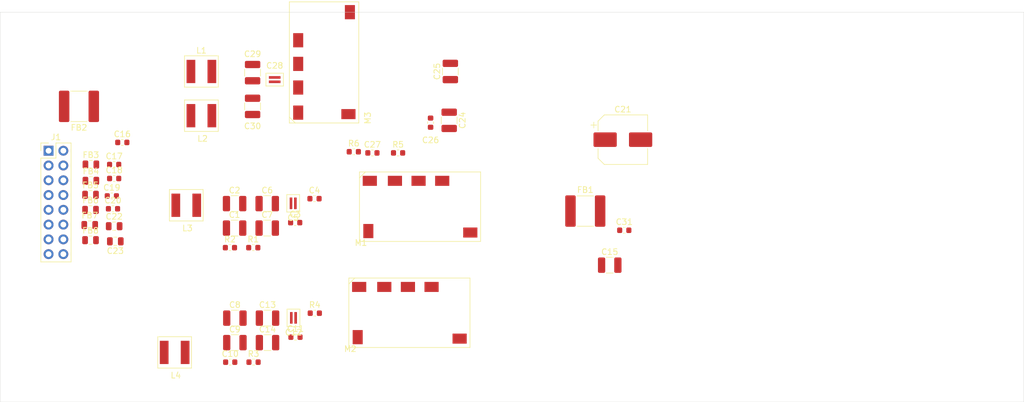
<source format=kicad_pcb>
(kicad_pcb (version 20171130) (host pcbnew "(5.1.5)-3")

  (general
    (thickness 1.6)
    (drawings 4)
    (tracks 0)
    (zones 0)
    (modules 53)
    (nets 28)
  )

  (page A4)
  (layers
    (0 F.Cu signal)
    (31 B.Cu signal)
    (32 B.Adhes user hide)
    (33 F.Adhes user hide)
    (34 B.Paste user hide)
    (35 F.Paste user hide)
    (36 B.SilkS user hide)
    (37 F.SilkS user)
    (38 B.Mask user hide)
    (39 F.Mask user hide)
    (40 Dwgs.User user)
    (41 Cmts.User user hide)
    (42 Eco1.User user hide)
    (43 Eco2.User user hide)
    (44 Edge.Cuts user)
    (45 Margin user hide)
    (46 B.CrtYd user hide)
    (47 F.CrtYd user)
    (48 B.Fab user hide)
    (49 F.Fab user hide)
  )

  (setup
    (last_trace_width 0.25)
    (trace_clearance 0.2)
    (zone_clearance 0.508)
    (zone_45_only no)
    (trace_min 0.2)
    (via_size 0.8)
    (via_drill 0.4)
    (via_min_size 0.4)
    (via_min_drill 0.3)
    (uvia_size 0.3)
    (uvia_drill 0.1)
    (uvias_allowed no)
    (uvia_min_size 0.2)
    (uvia_min_drill 0.1)
    (edge_width 0.05)
    (segment_width 0.2)
    (pcb_text_width 0.3)
    (pcb_text_size 1.5 1.5)
    (mod_edge_width 0.12)
    (mod_text_size 1 1)
    (mod_text_width 0.15)
    (pad_size 1.524 1.524)
    (pad_drill 0.762)
    (pad_to_mask_clearance 0.051)
    (solder_mask_min_width 0.25)
    (aux_axis_origin 0 0)
    (visible_elements FFFFFF7F)
    (pcbplotparams
      (layerselection 0x010fc_ffffffff)
      (usegerberextensions false)
      (usegerberattributes false)
      (usegerberadvancedattributes false)
      (creategerberjobfile false)
      (excludeedgelayer true)
      (linewidth 0.100000)
      (plotframeref false)
      (viasonmask false)
      (mode 1)
      (useauxorigin false)
      (hpglpennumber 1)
      (hpglpenspeed 20)
      (hpglpendiameter 15.000000)
      (psnegative false)
      (psa4output false)
      (plotreference true)
      (plotvalue true)
      (plotinvisibletext false)
      (padsonsilk false)
      (subtractmaskfromsilk false)
      (outputformat 1)
      (mirror false)
      (drillshape 1)
      (scaleselection 1)
      (outputdirectory ""))
  )

  (net 0 "")
  (net 1 GND)
  (net 2 +24V)
  (net 3 "Net-(C4-Pad2)")
  (net 4 "Net-(C4-Pad1)")
  (net 5 "/reg +10V/VOUT")
  (net 6 "Net-(C11-Pad2)")
  (net 7 "Net-(C11-Pad1)")
  (net 8 "/reg -6V/VOUT")
  (net 9 "Net-(C15-Pad2)")
  (net 10 "Net-(C16-Pad1)")
  (net 11 "Net-(C17-Pad1)")
  (net 12 "Net-(C18-Pad1)")
  (net 13 "Net-(C19-Pad1)")
  (net 14 "Net-(C20-Pad1)")
  (net 15 "Net-(C22-Pad2)")
  (net 16 "Net-(C23-Pad2)")
  (net 17 "Net-(C27-Pad2)")
  (net 18 "Net-(C27-Pad1)")
  (net 19 "/reg -5V/VOUT")
  (net 20 /+5_Zedboard)
  (net 21 /+5_CLOCK)
  (net 22 /+5_DRIVERS)
  (net 23 /+5VDIG)
  (net 24 /+5VANA)
  (net 25 /+10V)
  (net 26 /-6V)
  (net 27 Earth)

  (net_class Default "This is the default net class."
    (clearance 0.2)
    (trace_width 0.25)
    (via_dia 0.8)
    (via_drill 0.4)
    (uvia_dia 0.3)
    (uvia_drill 0.1)
    (add_net +24V)
    (add_net /+10V)
    (add_net /+5VANA)
    (add_net /+5VDIG)
    (add_net /+5_CLOCK)
    (add_net /+5_DRIVERS)
    (add_net /+5_Zedboard)
    (add_net /-6V)
    (add_net "/reg +10V/VOUT")
    (add_net "/reg -5V/VOUT")
    (add_net "/reg -6V/VOUT")
    (add_net Earth)
    (add_net GND)
    (add_net "Net-(C11-Pad1)")
    (add_net "Net-(C11-Pad2)")
    (add_net "Net-(C15-Pad2)")
    (add_net "Net-(C16-Pad1)")
    (add_net "Net-(C17-Pad1)")
    (add_net "Net-(C18-Pad1)")
    (add_net "Net-(C19-Pad1)")
    (add_net "Net-(C20-Pad1)")
    (add_net "Net-(C22-Pad2)")
    (add_net "Net-(C23-Pad2)")
    (add_net "Net-(C27-Pad1)")
    (add_net "Net-(C27-Pad2)")
    (add_net "Net-(C4-Pad1)")
    (add_net "Net-(C4-Pad2)")
  )

  (module Resistor_SMD:R_0603_1608Metric (layer F.Cu) (tedit 5B301BBD) (tstamp 5F20B794)
    (at 90.8 87)
    (descr "Resistor SMD 0603 (1608 Metric), square (rectangular) end terminal, IPC_7351 nominal, (Body size source: http://www.tortai-tech.com/upload/download/2011102023233369053.pdf), generated with kicad-footprint-generator")
    (tags resistor)
    (path /5F238A75/5F20EFEC)
    (attr smd)
    (fp_text reference R6 (at 0 -1.43) (layer F.SilkS)
      (effects (font (size 1 1) (thickness 0.15)))
    )
    (fp_text value "V set" (at 0 1.43) (layer F.Fab)
      (effects (font (size 1 1) (thickness 0.15)))
    )
    (fp_text user %R (at 0 0) (layer F.Fab)
      (effects (font (size 0.4 0.4) (thickness 0.06)))
    )
    (fp_line (start 1.48 0.73) (end -1.48 0.73) (layer F.CrtYd) (width 0.05))
    (fp_line (start 1.48 -0.73) (end 1.48 0.73) (layer F.CrtYd) (width 0.05))
    (fp_line (start -1.48 -0.73) (end 1.48 -0.73) (layer F.CrtYd) (width 0.05))
    (fp_line (start -1.48 0.73) (end -1.48 -0.73) (layer F.CrtYd) (width 0.05))
    (fp_line (start -0.162779 0.51) (end 0.162779 0.51) (layer F.SilkS) (width 0.12))
    (fp_line (start -0.162779 -0.51) (end 0.162779 -0.51) (layer F.SilkS) (width 0.12))
    (fp_line (start 0.8 0.4) (end -0.8 0.4) (layer F.Fab) (width 0.1))
    (fp_line (start 0.8 -0.4) (end 0.8 0.4) (layer F.Fab) (width 0.1))
    (fp_line (start -0.8 -0.4) (end 0.8 -0.4) (layer F.Fab) (width 0.1))
    (fp_line (start -0.8 0.4) (end -0.8 -0.4) (layer F.Fab) (width 0.1))
    (pad 2 smd roundrect (at 0.7875 0) (size 0.875 0.95) (layers F.Cu F.Paste F.Mask) (roundrect_rratio 0.25)
      (net 1 GND))
    (pad 1 smd roundrect (at -0.7875 0) (size 0.875 0.95) (layers F.Cu F.Paste F.Mask) (roundrect_rratio 0.25)
      (net 17 "Net-(C27-Pad2)"))
    (model ${KISYS3DMOD}/Resistor_SMD.3dshapes/R_0603_1608Metric.wrl
      (at (xyz 0 0 0))
      (scale (xyz 1 1 1))
      (rotate (xyz 0 0 0))
    )
  )

  (module Resistor_SMD:R_0603_1608Metric (layer F.Cu) (tedit 5B301BBD) (tstamp 5F20B783)
    (at 98.4125 87.2)
    (descr "Resistor SMD 0603 (1608 Metric), square (rectangular) end terminal, IPC_7351 nominal, (Body size source: http://www.tortai-tech.com/upload/download/2011102023233369053.pdf), generated with kicad-footprint-generator")
    (tags resistor)
    (path /5F238A75/5F20EFE6)
    (attr smd)
    (fp_text reference R5 (at 0 -1.43) (layer F.SilkS)
      (effects (font (size 1 1) (thickness 0.15)))
    )
    (fp_text value "R comp" (at 0 1.43) (layer F.Fab)
      (effects (font (size 1 1) (thickness 0.15)))
    )
    (fp_text user %R (at 0 0) (layer F.Fab)
      (effects (font (size 0.4 0.4) (thickness 0.06)))
    )
    (fp_line (start 1.48 0.73) (end -1.48 0.73) (layer F.CrtYd) (width 0.05))
    (fp_line (start 1.48 -0.73) (end 1.48 0.73) (layer F.CrtYd) (width 0.05))
    (fp_line (start -1.48 -0.73) (end 1.48 -0.73) (layer F.CrtYd) (width 0.05))
    (fp_line (start -1.48 0.73) (end -1.48 -0.73) (layer F.CrtYd) (width 0.05))
    (fp_line (start -0.162779 0.51) (end 0.162779 0.51) (layer F.SilkS) (width 0.12))
    (fp_line (start -0.162779 -0.51) (end 0.162779 -0.51) (layer F.SilkS) (width 0.12))
    (fp_line (start 0.8 0.4) (end -0.8 0.4) (layer F.Fab) (width 0.1))
    (fp_line (start 0.8 -0.4) (end 0.8 0.4) (layer F.Fab) (width 0.1))
    (fp_line (start -0.8 -0.4) (end 0.8 -0.4) (layer F.Fab) (width 0.1))
    (fp_line (start -0.8 0.4) (end -0.8 -0.4) (layer F.Fab) (width 0.1))
    (pad 2 smd roundrect (at 0.7875 0) (size 0.875 0.95) (layers F.Cu F.Paste F.Mask) (roundrect_rratio 0.25)
      (net 18 "Net-(C27-Pad1)"))
    (pad 1 smd roundrect (at -0.7875 0) (size 0.875 0.95) (layers F.Cu F.Paste F.Mask) (roundrect_rratio 0.25)
      (net 19 "/reg -5V/VOUT"))
    (model ${KISYS3DMOD}/Resistor_SMD.3dshapes/R_0603_1608Metric.wrl
      (at (xyz 0 0 0))
      (scale (xyz 1 1 1))
      (rotate (xyz 0 0 0))
    )
  )

  (module Resistor_SMD:R_0603_1608Metric (layer F.Cu) (tedit 5B301BBD) (tstamp 5F20B772)
    (at 84.095001 114.755001)
    (descr "Resistor SMD 0603 (1608 Metric), square (rectangular) end terminal, IPC_7351 nominal, (Body size source: http://www.tortai-tech.com/upload/download/2011102023233369053.pdf), generated with kicad-footprint-generator")
    (tags resistor)
    (path /5F2135EF/5F217C42)
    (attr smd)
    (fp_text reference R4 (at 0 -1.43) (layer F.SilkS)
      (effects (font (size 1 1) (thickness 0.15)))
    )
    (fp_text value "V set" (at 0 1.43) (layer F.Fab)
      (effects (font (size 1 1) (thickness 0.15)))
    )
    (fp_text user %R (at 0 0) (layer F.Fab)
      (effects (font (size 0.4 0.4) (thickness 0.06)))
    )
    (fp_line (start 1.48 0.73) (end -1.48 0.73) (layer F.CrtYd) (width 0.05))
    (fp_line (start 1.48 -0.73) (end 1.48 0.73) (layer F.CrtYd) (width 0.05))
    (fp_line (start -1.48 -0.73) (end 1.48 -0.73) (layer F.CrtYd) (width 0.05))
    (fp_line (start -1.48 0.73) (end -1.48 -0.73) (layer F.CrtYd) (width 0.05))
    (fp_line (start -0.162779 0.51) (end 0.162779 0.51) (layer F.SilkS) (width 0.12))
    (fp_line (start -0.162779 -0.51) (end 0.162779 -0.51) (layer F.SilkS) (width 0.12))
    (fp_line (start 0.8 0.4) (end -0.8 0.4) (layer F.Fab) (width 0.1))
    (fp_line (start 0.8 -0.4) (end 0.8 0.4) (layer F.Fab) (width 0.1))
    (fp_line (start -0.8 -0.4) (end 0.8 -0.4) (layer F.Fab) (width 0.1))
    (fp_line (start -0.8 0.4) (end -0.8 -0.4) (layer F.Fab) (width 0.1))
    (pad 2 smd roundrect (at 0.7875 0) (size 0.875 0.95) (layers F.Cu F.Paste F.Mask) (roundrect_rratio 0.25)
      (net 8 "/reg -6V/VOUT"))
    (pad 1 smd roundrect (at -0.7875 0) (size 0.875 0.95) (layers F.Cu F.Paste F.Mask) (roundrect_rratio 0.25)
      (net 6 "Net-(C11-Pad2)"))
    (model ${KISYS3DMOD}/Resistor_SMD.3dshapes/R_0603_1608Metric.wrl
      (at (xyz 0 0 0))
      (scale (xyz 1 1 1))
      (rotate (xyz 0 0 0))
    )
  )

  (module Resistor_SMD:R_0603_1608Metric (layer F.Cu) (tedit 5B301BBD) (tstamp 5F20B761)
    (at 73.565001 123.175001)
    (descr "Resistor SMD 0603 (1608 Metric), square (rectangular) end terminal, IPC_7351 nominal, (Body size source: http://www.tortai-tech.com/upload/download/2011102023233369053.pdf), generated with kicad-footprint-generator")
    (tags resistor)
    (path /5F2135EF/5F217C3C)
    (attr smd)
    (fp_text reference R3 (at 0 -1.43) (layer F.SilkS)
      (effects (font (size 1 1) (thickness 0.15)))
    )
    (fp_text value "R comp" (at 0 1.43) (layer F.Fab)
      (effects (font (size 1 1) (thickness 0.15)))
    )
    (fp_text user %R (at 0 0) (layer F.Fab)
      (effects (font (size 0.4 0.4) (thickness 0.06)))
    )
    (fp_line (start 1.48 0.73) (end -1.48 0.73) (layer F.CrtYd) (width 0.05))
    (fp_line (start 1.48 -0.73) (end 1.48 0.73) (layer F.CrtYd) (width 0.05))
    (fp_line (start -1.48 -0.73) (end 1.48 -0.73) (layer F.CrtYd) (width 0.05))
    (fp_line (start -1.48 0.73) (end -1.48 -0.73) (layer F.CrtYd) (width 0.05))
    (fp_line (start -0.162779 0.51) (end 0.162779 0.51) (layer F.SilkS) (width 0.12))
    (fp_line (start -0.162779 -0.51) (end 0.162779 -0.51) (layer F.SilkS) (width 0.12))
    (fp_line (start 0.8 0.4) (end -0.8 0.4) (layer F.Fab) (width 0.1))
    (fp_line (start 0.8 -0.4) (end 0.8 0.4) (layer F.Fab) (width 0.1))
    (fp_line (start -0.8 -0.4) (end 0.8 -0.4) (layer F.Fab) (width 0.1))
    (fp_line (start -0.8 0.4) (end -0.8 -0.4) (layer F.Fab) (width 0.1))
    (pad 2 smd roundrect (at 0.7875 0) (size 0.875 0.95) (layers F.Cu F.Paste F.Mask) (roundrect_rratio 0.25)
      (net 7 "Net-(C11-Pad1)"))
    (pad 1 smd roundrect (at -0.7875 0) (size 0.875 0.95) (layers F.Cu F.Paste F.Mask) (roundrect_rratio 0.25)
      (net 1 GND))
    (model ${KISYS3DMOD}/Resistor_SMD.3dshapes/R_0603_1608Metric.wrl
      (at (xyz 0 0 0))
      (scale (xyz 1 1 1))
      (rotate (xyz 0 0 0))
    )
  )

  (module Resistor_SMD:R_0603_1608Metric (layer F.Cu) (tedit 5B301BBD) (tstamp 5F20B750)
    (at 69.505001 103.485001)
    (descr "Resistor SMD 0603 (1608 Metric), square (rectangular) end terminal, IPC_7351 nominal, (Body size source: http://www.tortai-tech.com/upload/download/2011102023233369053.pdf), generated with kicad-footprint-generator")
    (tags resistor)
    (path /5F20EA50/5F20EFEC)
    (attr smd)
    (fp_text reference R2 (at 0 -1.43) (layer F.SilkS)
      (effects (font (size 1 1) (thickness 0.15)))
    )
    (fp_text value "V set" (at 0 1.43) (layer F.Fab)
      (effects (font (size 1 1) (thickness 0.15)))
    )
    (fp_text user %R (at 0 0) (layer F.Fab)
      (effects (font (size 0.4 0.4) (thickness 0.06)))
    )
    (fp_line (start 1.48 0.73) (end -1.48 0.73) (layer F.CrtYd) (width 0.05))
    (fp_line (start 1.48 -0.73) (end 1.48 0.73) (layer F.CrtYd) (width 0.05))
    (fp_line (start -1.48 -0.73) (end 1.48 -0.73) (layer F.CrtYd) (width 0.05))
    (fp_line (start -1.48 0.73) (end -1.48 -0.73) (layer F.CrtYd) (width 0.05))
    (fp_line (start -0.162779 0.51) (end 0.162779 0.51) (layer F.SilkS) (width 0.12))
    (fp_line (start -0.162779 -0.51) (end 0.162779 -0.51) (layer F.SilkS) (width 0.12))
    (fp_line (start 0.8 0.4) (end -0.8 0.4) (layer F.Fab) (width 0.1))
    (fp_line (start 0.8 -0.4) (end 0.8 0.4) (layer F.Fab) (width 0.1))
    (fp_line (start -0.8 -0.4) (end 0.8 -0.4) (layer F.Fab) (width 0.1))
    (fp_line (start -0.8 0.4) (end -0.8 -0.4) (layer F.Fab) (width 0.1))
    (pad 2 smd roundrect (at 0.7875 0) (size 0.875 0.95) (layers F.Cu F.Paste F.Mask) (roundrect_rratio 0.25)
      (net 1 GND))
    (pad 1 smd roundrect (at -0.7875 0) (size 0.875 0.95) (layers F.Cu F.Paste F.Mask) (roundrect_rratio 0.25)
      (net 3 "Net-(C4-Pad2)"))
    (model ${KISYS3DMOD}/Resistor_SMD.3dshapes/R_0603_1608Metric.wrl
      (at (xyz 0 0 0))
      (scale (xyz 1 1 1))
      (rotate (xyz 0 0 0))
    )
  )

  (module Resistor_SMD:R_0603_1608Metric (layer F.Cu) (tedit 5B301BBD) (tstamp 5F20B73F)
    (at 73.515001 103.485001)
    (descr "Resistor SMD 0603 (1608 Metric), square (rectangular) end terminal, IPC_7351 nominal, (Body size source: http://www.tortai-tech.com/upload/download/2011102023233369053.pdf), generated with kicad-footprint-generator")
    (tags resistor)
    (path /5F20EA50/5F20EFE6)
    (attr smd)
    (fp_text reference R1 (at 0 -1.43) (layer F.SilkS)
      (effects (font (size 1 1) (thickness 0.15)))
    )
    (fp_text value "R comp" (at 0 1.43) (layer F.Fab)
      (effects (font (size 1 1) (thickness 0.15)))
    )
    (fp_text user %R (at 0 0) (layer F.Fab)
      (effects (font (size 0.4 0.4) (thickness 0.06)))
    )
    (fp_line (start 1.48 0.73) (end -1.48 0.73) (layer F.CrtYd) (width 0.05))
    (fp_line (start 1.48 -0.73) (end 1.48 0.73) (layer F.CrtYd) (width 0.05))
    (fp_line (start -1.48 -0.73) (end 1.48 -0.73) (layer F.CrtYd) (width 0.05))
    (fp_line (start -1.48 0.73) (end -1.48 -0.73) (layer F.CrtYd) (width 0.05))
    (fp_line (start -0.162779 0.51) (end 0.162779 0.51) (layer F.SilkS) (width 0.12))
    (fp_line (start -0.162779 -0.51) (end 0.162779 -0.51) (layer F.SilkS) (width 0.12))
    (fp_line (start 0.8 0.4) (end -0.8 0.4) (layer F.Fab) (width 0.1))
    (fp_line (start 0.8 -0.4) (end 0.8 0.4) (layer F.Fab) (width 0.1))
    (fp_line (start -0.8 -0.4) (end 0.8 -0.4) (layer F.Fab) (width 0.1))
    (fp_line (start -0.8 0.4) (end -0.8 -0.4) (layer F.Fab) (width 0.1))
    (pad 2 smd roundrect (at 0.7875 0) (size 0.875 0.95) (layers F.Cu F.Paste F.Mask) (roundrect_rratio 0.25)
      (net 4 "Net-(C4-Pad1)"))
    (pad 1 smd roundrect (at -0.7875 0) (size 0.875 0.95) (layers F.Cu F.Paste F.Mask) (roundrect_rratio 0.25)
      (net 5 "/reg +10V/VOUT"))
    (model ${KISYS3DMOD}/Resistor_SMD.3dshapes/R_0603_1608Metric.wrl
      (at (xyz 0 0 0))
      (scale (xyz 1 1 1))
      (rotate (xyz 0 0 0))
    )
  )

  (module lv_regs:APXW003A0X3-SRZ (layer F.Cu) (tedit 5F207D7D) (tstamp 5F20B72E)
    (at 91.4 81.8 90)
    (path /5F238A75/5F20EFB5)
    (fp_text reference M3 (at 0.6 1.8 90) (layer F.SilkS)
      (effects (font (size 1 1) (thickness 0.15)))
    )
    (fp_text value ﻿APXW003A0X3-SRZ (at 0 -0.5 90) (layer F.Fab)
      (effects (font (size 1 1) (thickness 0.15)))
    )
    (fp_line (start -0.254 -10.668) (end 0.762 -11.684) (layer F.SilkS) (width 0.12))
    (fp_line (start -0.254 0.254) (end -0.254 -11.684) (layer F.SilkS) (width 0.12))
    (fp_line (start 20.574 0.254) (end -0.254 0.254) (layer F.SilkS) (width 0.12))
    (fp_line (start 20.574 -11.684) (end 20.574 0.254) (layer F.SilkS) (width 0.12))
    (fp_line (start -0.254 -11.684) (end 20.574 -11.684) (layer F.SilkS) (width 0.12))
    (fp_line (start -0.508 0.508) (end -0.508 -11.938) (layer F.CrtYd) (width 0.12))
    (fp_line (start 20.828 0.508) (end -0.508 0.508) (layer F.CrtYd) (width 0.12))
    (fp_line (start 20.828 -11.938) (end 20.828 0.508) (layer F.CrtYd) (width 0.12))
    (fp_line (start -0.508 -11.938) (end 20.828 -11.938) (layer F.CrtYd) (width 0.12))
    (fp_circle (center 3.81 -10.16) (end 4.572 -10.16) (layer F.Fab) (width 0.12))
    (fp_circle (center 16.383 -9.525) (end 17.145 -9.525) (layer F.Fab) (width 0.12))
    (fp_circle (center 16.637 -1.27) (end 17.399 -1.27) (layer F.Fab) (width 0.12))
    (fp_line (start 0 -10.16) (end 1.27 -11.43) (layer F.Fab) (width 0.12))
    (fp_line (start 0 -11.43) (end 0 0) (layer F.Fab) (width 0.12))
    (fp_line (start 20.32 -11.43) (end 0 -11.43) (layer F.Fab) (width 0.12))
    (fp_line (start 20.32 0) (end 20.32 -11.43) (layer F.Fab) (width 0.12))
    (fp_line (start 0 0) (end 20.32 0) (layer F.Fab) (width 0.12))
    (pad 2 smd rect (at 18.796 -1.27 270) (size 2.4384 1.7272) (layers F.Cu F.Paste F.Mask)
      (net 2 +24V))
    (pad 1 smd rect (at 1.27 -1.524 180) (size 2.4384 1.7272) (layers F.Cu F.Paste F.Mask)
      (net 1 GND))
    (pad 3 smd rect (at 13.97 -10.16 90) (size 2.4384 1.7272) (layers F.Cu F.Paste F.Mask)
      (net 1 GND))
    (pad 4 smd rect (at 9.906 -10.16 90) (size 2.4384 1.7272) (layers F.Cu F.Paste F.Mask)
      (net 17 "Net-(C27-Pad2)"))
    (pad 5 smd rect (at 5.842 -10.16 90) (size 2.4384 1.7272) (layers F.Cu F.Paste F.Mask)
      (net 19 "/reg -5V/VOUT"))
    (pad 6 smd rect (at 1.524 -10.16 90) (size 2.4384 1.7272) (layers F.Cu F.Paste F.Mask)
      (net 19 "/reg -5V/VOUT"))
  )

  (module lv_regs:APXW003A0X3-SRZ (layer F.Cu) (tedit 5F207D7D) (tstamp 5F20B72A)
    (at 90.2 120.4)
    (path /5F2135EF/5F217C14)
    (fp_text reference M2 (at 0 0.5) (layer F.SilkS)
      (effects (font (size 1 1) (thickness 0.15)))
    )
    (fp_text value ﻿APXW003A0X3-SRZ (at 0 -0.5) (layer F.Fab)
      (effects (font (size 1 1) (thickness 0.15)))
    )
    (fp_line (start -0.254 -10.668) (end 0.762 -11.684) (layer F.SilkS) (width 0.12))
    (fp_line (start -0.254 0.254) (end -0.254 -11.684) (layer F.SilkS) (width 0.12))
    (fp_line (start 20.574 0.254) (end -0.254 0.254) (layer F.SilkS) (width 0.12))
    (fp_line (start 20.574 -11.684) (end 20.574 0.254) (layer F.SilkS) (width 0.12))
    (fp_line (start -0.254 -11.684) (end 20.574 -11.684) (layer F.SilkS) (width 0.12))
    (fp_line (start -0.508 0.508) (end -0.508 -11.938) (layer F.CrtYd) (width 0.12))
    (fp_line (start 20.828 0.508) (end -0.508 0.508) (layer F.CrtYd) (width 0.12))
    (fp_line (start 20.828 -11.938) (end 20.828 0.508) (layer F.CrtYd) (width 0.12))
    (fp_line (start -0.508 -11.938) (end 20.828 -11.938) (layer F.CrtYd) (width 0.12))
    (fp_circle (center 3.81 -10.16) (end 4.572 -10.16) (layer F.Fab) (width 0.12))
    (fp_circle (center 16.383 -9.525) (end 17.145 -9.525) (layer F.Fab) (width 0.12))
    (fp_circle (center 16.637 -1.27) (end 17.399 -1.27) (layer F.Fab) (width 0.12))
    (fp_line (start 0 -10.16) (end 1.27 -11.43) (layer F.Fab) (width 0.12))
    (fp_line (start 0 -11.43) (end 0 0) (layer F.Fab) (width 0.12))
    (fp_line (start 20.32 -11.43) (end 0 -11.43) (layer F.Fab) (width 0.12))
    (fp_line (start 20.32 0) (end 20.32 -11.43) (layer F.Fab) (width 0.12))
    (fp_line (start 0 0) (end 20.32 0) (layer F.Fab) (width 0.12))
    (pad 2 smd rect (at 18.796 -1.27 180) (size 2.4384 1.7272) (layers F.Cu F.Paste F.Mask)
      (net 2 +24V))
    (pad 1 smd rect (at 1.27 -1.524 90) (size 2.4384 1.7272) (layers F.Cu F.Paste F.Mask)
      (net 8 "/reg -6V/VOUT"))
    (pad 3 smd rect (at 13.97 -10.16) (size 2.4384 1.7272) (layers F.Cu F.Paste F.Mask)
      (net 8 "/reg -6V/VOUT"))
    (pad 4 smd rect (at 9.906 -10.16) (size 2.4384 1.7272) (layers F.Cu F.Paste F.Mask)
      (net 6 "Net-(C11-Pad2)"))
    (pad 5 smd rect (at 5.842 -10.16) (size 2.4384 1.7272) (layers F.Cu F.Paste F.Mask)
      (net 1 GND))
    (pad 6 smd rect (at 1.524 -10.16) (size 2.4384 1.7272) (layers F.Cu F.Paste F.Mask)
      (net 1 GND))
  )

  (module lv_regs:APXW003A0X3-SRZ (layer F.Cu) (tedit 5F207D7D) (tstamp 5F20B726)
    (at 92.03 102.16)
    (path /5F20EA50/5F20EFB5)
    (fp_text reference M1 (at 0 0.5) (layer F.SilkS)
      (effects (font (size 1 1) (thickness 0.15)))
    )
    (fp_text value ﻿APXW003A0X3-SRZ (at 0 -0.5) (layer F.Fab)
      (effects (font (size 1 1) (thickness 0.15)))
    )
    (fp_line (start -0.254 -10.668) (end 0.762 -11.684) (layer F.SilkS) (width 0.12))
    (fp_line (start -0.254 0.254) (end -0.254 -11.684) (layer F.SilkS) (width 0.12))
    (fp_line (start 20.574 0.254) (end -0.254 0.254) (layer F.SilkS) (width 0.12))
    (fp_line (start 20.574 -11.684) (end 20.574 0.254) (layer F.SilkS) (width 0.12))
    (fp_line (start -0.254 -11.684) (end 20.574 -11.684) (layer F.SilkS) (width 0.12))
    (fp_line (start -0.508 0.508) (end -0.508 -11.938) (layer F.CrtYd) (width 0.12))
    (fp_line (start 20.828 0.508) (end -0.508 0.508) (layer F.CrtYd) (width 0.12))
    (fp_line (start 20.828 -11.938) (end 20.828 0.508) (layer F.CrtYd) (width 0.12))
    (fp_line (start -0.508 -11.938) (end 20.828 -11.938) (layer F.CrtYd) (width 0.12))
    (fp_circle (center 3.81 -10.16) (end 4.572 -10.16) (layer F.Fab) (width 0.12))
    (fp_circle (center 16.383 -9.525) (end 17.145 -9.525) (layer F.Fab) (width 0.12))
    (fp_circle (center 16.637 -1.27) (end 17.399 -1.27) (layer F.Fab) (width 0.12))
    (fp_line (start 0 -10.16) (end 1.27 -11.43) (layer F.Fab) (width 0.12))
    (fp_line (start 0 -11.43) (end 0 0) (layer F.Fab) (width 0.12))
    (fp_line (start 20.32 -11.43) (end 0 -11.43) (layer F.Fab) (width 0.12))
    (fp_line (start 20.32 0) (end 20.32 -11.43) (layer F.Fab) (width 0.12))
    (fp_line (start 0 0) (end 20.32 0) (layer F.Fab) (width 0.12))
    (pad 2 smd rect (at 18.796 -1.27 180) (size 2.4384 1.7272) (layers F.Cu F.Paste F.Mask)
      (net 2 +24V))
    (pad 1 smd rect (at 1.27 -1.524 90) (size 2.4384 1.7272) (layers F.Cu F.Paste F.Mask)
      (net 1 GND))
    (pad 3 smd rect (at 13.97 -10.16) (size 2.4384 1.7272) (layers F.Cu F.Paste F.Mask)
      (net 1 GND))
    (pad 4 smd rect (at 9.906 -10.16) (size 2.4384 1.7272) (layers F.Cu F.Paste F.Mask)
      (net 3 "Net-(C4-Pad2)"))
    (pad 5 smd rect (at 5.842 -10.16) (size 2.4384 1.7272) (layers F.Cu F.Paste F.Mask)
      (net 5 "/reg +10V/VOUT"))
    (pad 6 smd rect (at 1.524 -10.16) (size 2.4384 1.7272) (layers F.Cu F.Paste F.Mask)
      (net 5 "/reg +10V/VOUT"))
  )

  (module lv_regs:taiyo_yuden_smt_inductor_4.9x4.9 (layer F.Cu) (tedit 5F205987) (tstamp 5F20B722)
    (at 60 121.5)
    (path /5F308B70)
    (attr smd)
    (fp_text reference L4 (at 0.2 3.95) (layer F.SilkS)
      (effects (font (size 1 1) (thickness 0.15)))
    )
    (fp_text value 4.7uH (at 0 -3.85) (layer F.Fab)
      (effects (font (size 1 1) (thickness 0.15)))
    )
    (fp_line (start -2.9 2.7) (end -2.9 -2.7) (layer F.SilkS) (width 0.12))
    (fp_line (start 2.9 2.7) (end -2.9 2.7) (layer F.SilkS) (width 0.12))
    (fp_line (start 2.9 -2.7) (end 2.9 2.7) (layer F.SilkS) (width 0.12))
    (fp_line (start -2.9 -2.7) (end 2.9 -2.7) (layer F.SilkS) (width 0.12))
    (fp_line (start -2.8 2.6) (end 2.8 2.6) (layer F.CrtYd) (width 0.05))
    (fp_line (start 2.8 2.6) (end 2.8 -2.6) (layer F.CrtYd) (width 0.05))
    (fp_line (start -2.8 2.6) (end -2.8 -2.6) (layer F.CrtYd) (width 0.05))
    (fp_line (start -2.8 -2.6) (end 2.8 -2.6) (layer F.CrtYd) (width 0.05))
    (pad 2 smd rect (at 1.8 0) (size 1.5 4) (layers F.Cu F.Paste F.Mask)
      (net 8 "/reg -6V/VOUT"))
    (pad 1 smd rect (at -1.8 0) (size 1.5 4) (layers F.Cu F.Paste F.Mask)
      (net 16 "Net-(C23-Pad2)"))
  )

  (module lv_regs:taiyo_yuden_smt_inductor_4.9x4.9 (layer F.Cu) (tedit 5F205987) (tstamp 5F20B714)
    (at 62 96.2)
    (path /5F30139B)
    (attr smd)
    (fp_text reference L3 (at 0.2 3.95) (layer F.SilkS)
      (effects (font (size 1 1) (thickness 0.15)))
    )
    (fp_text value 4.7uH (at 0 -3.85) (layer F.Fab)
      (effects (font (size 1 1) (thickness 0.15)))
    )
    (fp_line (start -2.9 2.7) (end -2.9 -2.7) (layer F.SilkS) (width 0.12))
    (fp_line (start 2.9 2.7) (end -2.9 2.7) (layer F.SilkS) (width 0.12))
    (fp_line (start 2.9 -2.7) (end 2.9 2.7) (layer F.SilkS) (width 0.12))
    (fp_line (start -2.9 -2.7) (end 2.9 -2.7) (layer F.SilkS) (width 0.12))
    (fp_line (start -2.8 2.6) (end 2.8 2.6) (layer F.CrtYd) (width 0.05))
    (fp_line (start 2.8 2.6) (end 2.8 -2.6) (layer F.CrtYd) (width 0.05))
    (fp_line (start -2.8 2.6) (end -2.8 -2.6) (layer F.CrtYd) (width 0.05))
    (fp_line (start -2.8 -2.6) (end 2.8 -2.6) (layer F.CrtYd) (width 0.05))
    (pad 2 smd rect (at 1.8 0) (size 1.5 4) (layers F.Cu F.Paste F.Mask)
      (net 5 "/reg +10V/VOUT"))
    (pad 1 smd rect (at -1.8 0) (size 1.5 4) (layers F.Cu F.Paste F.Mask)
      (net 15 "Net-(C22-Pad2)"))
  )

  (module lv_regs:taiyo_yuden_smt_inductor_4.9x4.9 (layer F.Cu) (tedit 5F205987) (tstamp 5F20B706)
    (at 64.6 80.8)
    (path /5F2C8B5E)
    (attr smd)
    (fp_text reference L2 (at 0.2 3.95) (layer F.SilkS)
      (effects (font (size 1 1) (thickness 0.15)))
    )
    (fp_text value 4.7uH (at 0 -3.85) (layer F.Fab)
      (effects (font (size 1 1) (thickness 0.15)))
    )
    (fp_line (start -2.9 2.7) (end -2.9 -2.7) (layer F.SilkS) (width 0.12))
    (fp_line (start 2.9 2.7) (end -2.9 2.7) (layer F.SilkS) (width 0.12))
    (fp_line (start 2.9 -2.7) (end 2.9 2.7) (layer F.SilkS) (width 0.12))
    (fp_line (start -2.9 -2.7) (end 2.9 -2.7) (layer F.SilkS) (width 0.12))
    (fp_line (start -2.8 2.6) (end 2.8 2.6) (layer F.CrtYd) (width 0.05))
    (fp_line (start 2.8 2.6) (end 2.8 -2.6) (layer F.CrtYd) (width 0.05))
    (fp_line (start -2.8 2.6) (end -2.8 -2.6) (layer F.CrtYd) (width 0.05))
    (fp_line (start -2.8 -2.6) (end 2.8 -2.6) (layer F.CrtYd) (width 0.05))
    (pad 2 smd rect (at 1.8 0) (size 1.5 4) (layers F.Cu F.Paste F.Mask)
      (net 19 "/reg -5V/VOUT"))
    (pad 1 smd rect (at -1.8 0) (size 1.5 4) (layers F.Cu F.Paste F.Mask)
      (net 11 "Net-(C17-Pad1)"))
  )

  (module lv_regs:taiyo_yuden_smt_inductor_4.9x4.9 (layer F.Cu) (tedit 5F205987) (tstamp 5F20B6F8)
    (at 64.6 73.2)
    (path /5F2A2019)
    (attr smd)
    (fp_text reference L1 (at 0 -3.6) (layer F.SilkS)
      (effects (font (size 1 1) (thickness 0.15)))
    )
    (fp_text value 4.7uH (at 0 -3.85) (layer F.Fab)
      (effects (font (size 1 1) (thickness 0.15)))
    )
    (fp_line (start -2.9 2.7) (end -2.9 -2.7) (layer F.SilkS) (width 0.12))
    (fp_line (start 2.9 2.7) (end -2.9 2.7) (layer F.SilkS) (width 0.12))
    (fp_line (start 2.9 -2.7) (end 2.9 2.7) (layer F.SilkS) (width 0.12))
    (fp_line (start -2.9 -2.7) (end 2.9 -2.7) (layer F.SilkS) (width 0.12))
    (fp_line (start -2.8 2.6) (end 2.8 2.6) (layer F.CrtYd) (width 0.05))
    (fp_line (start 2.8 2.6) (end 2.8 -2.6) (layer F.CrtYd) (width 0.05))
    (fp_line (start -2.8 2.6) (end -2.8 -2.6) (layer F.CrtYd) (width 0.05))
    (fp_line (start -2.8 -2.6) (end 2.8 -2.6) (layer F.CrtYd) (width 0.05))
    (pad 2 smd rect (at 1.8 0) (size 1.5 4) (layers F.Cu F.Paste F.Mask)
      (net 19 "/reg -5V/VOUT"))
    (pad 1 smd rect (at -1.8 0) (size 1.5 4) (layers F.Cu F.Paste F.Mask)
      (net 10 "Net-(C16-Pad1)"))
  )

  (module Connector_PinHeader_2.54mm:PinHeader_2x08_P2.54mm_Vertical (layer F.Cu) (tedit 59FED5CC) (tstamp 5F20B6EA)
    (at 38.325001 86.825001)
    (descr "Through hole straight pin header, 2x08, 2.54mm pitch, double rows")
    (tags "Through hole pin header THT 2x08 2.54mm double row")
    (path /5F20BCDB)
    (fp_text reference J1 (at 1.27 -2.33) (layer F.SilkS)
      (effects (font (size 1 1) (thickness 0.15)))
    )
    (fp_text value Output (at 1.27 20.11) (layer F.Fab)
      (effects (font (size 1 1) (thickness 0.15)))
    )
    (fp_text user %R (at 1.27 8.89 90) (layer F.Fab)
      (effects (font (size 1 1) (thickness 0.15)))
    )
    (fp_line (start 4.35 -1.8) (end -1.8 -1.8) (layer F.CrtYd) (width 0.05))
    (fp_line (start 4.35 19.55) (end 4.35 -1.8) (layer F.CrtYd) (width 0.05))
    (fp_line (start -1.8 19.55) (end 4.35 19.55) (layer F.CrtYd) (width 0.05))
    (fp_line (start -1.8 -1.8) (end -1.8 19.55) (layer F.CrtYd) (width 0.05))
    (fp_line (start -1.33 -1.33) (end 0 -1.33) (layer F.SilkS) (width 0.12))
    (fp_line (start -1.33 0) (end -1.33 -1.33) (layer F.SilkS) (width 0.12))
    (fp_line (start 1.27 -1.33) (end 3.87 -1.33) (layer F.SilkS) (width 0.12))
    (fp_line (start 1.27 1.27) (end 1.27 -1.33) (layer F.SilkS) (width 0.12))
    (fp_line (start -1.33 1.27) (end 1.27 1.27) (layer F.SilkS) (width 0.12))
    (fp_line (start 3.87 -1.33) (end 3.87 19.11) (layer F.SilkS) (width 0.12))
    (fp_line (start -1.33 1.27) (end -1.33 19.11) (layer F.SilkS) (width 0.12))
    (fp_line (start -1.33 19.11) (end 3.87 19.11) (layer F.SilkS) (width 0.12))
    (fp_line (start -1.27 0) (end 0 -1.27) (layer F.Fab) (width 0.1))
    (fp_line (start -1.27 19.05) (end -1.27 0) (layer F.Fab) (width 0.1))
    (fp_line (start 3.81 19.05) (end -1.27 19.05) (layer F.Fab) (width 0.1))
    (fp_line (start 3.81 -1.27) (end 3.81 19.05) (layer F.Fab) (width 0.1))
    (fp_line (start 0 -1.27) (end 3.81 -1.27) (layer F.Fab) (width 0.1))
    (pad 16 thru_hole oval (at 2.54 17.78) (size 1.7 1.7) (drill 1) (layers *.Cu *.Mask)
      (net 27 Earth))
    (pad 15 thru_hole oval (at 0 17.78) (size 1.7 1.7) (drill 1) (layers *.Cu *.Mask)
      (net 27 Earth))
    (pad 14 thru_hole oval (at 2.54 15.24) (size 1.7 1.7) (drill 1) (layers *.Cu *.Mask)
      (net 26 /-6V))
    (pad 13 thru_hole oval (at 0 15.24) (size 1.7 1.7) (drill 1) (layers *.Cu *.Mask)
      (net 1 GND))
    (pad 12 thru_hole oval (at 2.54 12.7) (size 1.7 1.7) (drill 1) (layers *.Cu *.Mask)
      (net 25 /+10V))
    (pad 11 thru_hole oval (at 0 12.7) (size 1.7 1.7) (drill 1) (layers *.Cu *.Mask)
      (net 1 GND))
    (pad 10 thru_hole oval (at 2.54 10.16) (size 1.7 1.7) (drill 1) (layers *.Cu *.Mask)
      (net 24 /+5VANA))
    (pad 9 thru_hole oval (at 0 10.16) (size 1.7 1.7) (drill 1) (layers *.Cu *.Mask)
      (net 1 GND))
    (pad 8 thru_hole oval (at 2.54 7.62) (size 1.7 1.7) (drill 1) (layers *.Cu *.Mask)
      (net 23 /+5VDIG))
    (pad 7 thru_hole oval (at 0 7.62) (size 1.7 1.7) (drill 1) (layers *.Cu *.Mask)
      (net 1 GND))
    (pad 6 thru_hole oval (at 2.54 5.08) (size 1.7 1.7) (drill 1) (layers *.Cu *.Mask)
      (net 22 /+5_DRIVERS))
    (pad 5 thru_hole oval (at 0 5.08) (size 1.7 1.7) (drill 1) (layers *.Cu *.Mask)
      (net 1 GND))
    (pad 4 thru_hole oval (at 2.54 2.54) (size 1.7 1.7) (drill 1) (layers *.Cu *.Mask)
      (net 21 /+5_CLOCK))
    (pad 3 thru_hole oval (at 0 2.54) (size 1.7 1.7) (drill 1) (layers *.Cu *.Mask)
      (net 1 GND))
    (pad 2 thru_hole oval (at 2.54 0) (size 1.7 1.7) (drill 1) (layers *.Cu *.Mask)
      (net 20 /+5_Zedboard))
    (pad 1 thru_hole rect (at 0 0) (size 1.7 1.7) (drill 1) (layers *.Cu *.Mask)
      (net 1 GND))
    (model ${KISYS3DMOD}/Connector_PinHeader_2.54mm.3dshapes/PinHeader_2x08_P2.54mm_Vertical.wrl
      (at (xyz 0 0 0))
      (scale (xyz 1 1 1))
      (rotate (xyz 0 0 0))
    )
  )

  (module Inductor_SMD:L_0805_2012Metric (layer F.Cu) (tedit 5B36C52B) (tstamp 5F20B6C4)
    (at 45.5375 102.2)
    (descr "Inductor SMD 0805 (2012 Metric), square (rectangular) end terminal, IPC_7351 nominal, (Body size source: https://docs.google.com/spreadsheets/d/1BsfQQcO9C6DZCsRaXUlFlo91Tg2WpOkGARC1WS5S8t0/edit?usp=sharing), generated with kicad-footprint-generator")
    (tags inductor)
    (path /5F215EC5)
    (attr smd)
    (fp_text reference FB8 (at 0 -1.65) (layer F.SilkS)
      (effects (font (size 1 1) (thickness 0.15)))
    )
    (fp_text value "180 Ohm" (at 0 1.65) (layer F.Fab)
      (effects (font (size 1 1) (thickness 0.15)))
    )
    (fp_text user %R (at 0 0) (layer F.Fab)
      (effects (font (size 0.5 0.5) (thickness 0.08)))
    )
    (fp_line (start 1.68 0.95) (end -1.68 0.95) (layer F.CrtYd) (width 0.05))
    (fp_line (start 1.68 -0.95) (end 1.68 0.95) (layer F.CrtYd) (width 0.05))
    (fp_line (start -1.68 -0.95) (end 1.68 -0.95) (layer F.CrtYd) (width 0.05))
    (fp_line (start -1.68 0.95) (end -1.68 -0.95) (layer F.CrtYd) (width 0.05))
    (fp_line (start -0.258578 0.71) (end 0.258578 0.71) (layer F.SilkS) (width 0.12))
    (fp_line (start -0.258578 -0.71) (end 0.258578 -0.71) (layer F.SilkS) (width 0.12))
    (fp_line (start 1 0.6) (end -1 0.6) (layer F.Fab) (width 0.1))
    (fp_line (start 1 -0.6) (end 1 0.6) (layer F.Fab) (width 0.1))
    (fp_line (start -1 -0.6) (end 1 -0.6) (layer F.Fab) (width 0.1))
    (fp_line (start -1 0.6) (end -1 -0.6) (layer F.Fab) (width 0.1))
    (pad 2 smd roundrect (at 0.9375 0) (size 0.975 1.4) (layers F.Cu F.Paste F.Mask) (roundrect_rratio 0.25)
      (net 16 "Net-(C23-Pad2)"))
    (pad 1 smd roundrect (at -0.9375 0) (size 0.975 1.4) (layers F.Cu F.Paste F.Mask) (roundrect_rratio 0.25)
      (net 26 /-6V))
    (model ${KISYS3DMOD}/Inductor_SMD.3dshapes/L_0805_2012Metric.wrl
      (at (xyz 0 0 0))
      (scale (xyz 1 1 1))
      (rotate (xyz 0 0 0))
    )
  )

  (module Inductor_SMD:L_0805_2012Metric (layer F.Cu) (tedit 5B36C52B) (tstamp 5F20B6B3)
    (at 45.4 99.6)
    (descr "Inductor SMD 0805 (2012 Metric), square (rectangular) end terminal, IPC_7351 nominal, (Body size source: https://docs.google.com/spreadsheets/d/1BsfQQcO9C6DZCsRaXUlFlo91Tg2WpOkGARC1WS5S8t0/edit?usp=sharing), generated with kicad-footprint-generator")
    (tags inductor)
    (path /5F214859)
    (attr smd)
    (fp_text reference FB7 (at 0 -1.65) (layer F.SilkS)
      (effects (font (size 1 1) (thickness 0.15)))
    )
    (fp_text value "180 Ohm" (at 0 1.65) (layer F.Fab)
      (effects (font (size 1 1) (thickness 0.15)))
    )
    (fp_text user %R (at 0 0) (layer F.Fab)
      (effects (font (size 0.5 0.5) (thickness 0.08)))
    )
    (fp_line (start 1.68 0.95) (end -1.68 0.95) (layer F.CrtYd) (width 0.05))
    (fp_line (start 1.68 -0.95) (end 1.68 0.95) (layer F.CrtYd) (width 0.05))
    (fp_line (start -1.68 -0.95) (end 1.68 -0.95) (layer F.CrtYd) (width 0.05))
    (fp_line (start -1.68 0.95) (end -1.68 -0.95) (layer F.CrtYd) (width 0.05))
    (fp_line (start -0.258578 0.71) (end 0.258578 0.71) (layer F.SilkS) (width 0.12))
    (fp_line (start -0.258578 -0.71) (end 0.258578 -0.71) (layer F.SilkS) (width 0.12))
    (fp_line (start 1 0.6) (end -1 0.6) (layer F.Fab) (width 0.1))
    (fp_line (start 1 -0.6) (end 1 0.6) (layer F.Fab) (width 0.1))
    (fp_line (start -1 -0.6) (end 1 -0.6) (layer F.Fab) (width 0.1))
    (fp_line (start -1 0.6) (end -1 -0.6) (layer F.Fab) (width 0.1))
    (pad 2 smd roundrect (at 0.9375 0) (size 0.975 1.4) (layers F.Cu F.Paste F.Mask) (roundrect_rratio 0.25)
      (net 15 "Net-(C22-Pad2)"))
    (pad 1 smd roundrect (at -0.9375 0) (size 0.975 1.4) (layers F.Cu F.Paste F.Mask) (roundrect_rratio 0.25)
      (net 25 /+10V))
    (model ${KISYS3DMOD}/Inductor_SMD.3dshapes/L_0805_2012Metric.wrl
      (at (xyz 0 0 0))
      (scale (xyz 1 1 1))
      (rotate (xyz 0 0 0))
    )
  )

  (module Inductor_SMD:L_0805_2012Metric (layer F.Cu) (tedit 5B36C52B) (tstamp 5F20B6A2)
    (at 45.5375 97)
    (descr "Inductor SMD 0805 (2012 Metric), square (rectangular) end terminal, IPC_7351 nominal, (Body size source: https://docs.google.com/spreadsheets/d/1BsfQQcO9C6DZCsRaXUlFlo91Tg2WpOkGARC1WS5S8t0/edit?usp=sharing), generated with kicad-footprint-generator")
    (tags inductor)
    (path /5F23D33F)
    (attr smd)
    (fp_text reference FB6 (at 0 -1.65) (layer F.SilkS)
      (effects (font (size 1 1) (thickness 0.15)))
    )
    (fp_text value "180 Ohm" (at 0 1.65) (layer F.Fab)
      (effects (font (size 1 1) (thickness 0.15)))
    )
    (fp_text user %R (at 0 0) (layer F.Fab)
      (effects (font (size 0.5 0.5) (thickness 0.08)))
    )
    (fp_line (start 1.68 0.95) (end -1.68 0.95) (layer F.CrtYd) (width 0.05))
    (fp_line (start 1.68 -0.95) (end 1.68 0.95) (layer F.CrtYd) (width 0.05))
    (fp_line (start -1.68 -0.95) (end 1.68 -0.95) (layer F.CrtYd) (width 0.05))
    (fp_line (start -1.68 0.95) (end -1.68 -0.95) (layer F.CrtYd) (width 0.05))
    (fp_line (start -0.258578 0.71) (end 0.258578 0.71) (layer F.SilkS) (width 0.12))
    (fp_line (start -0.258578 -0.71) (end 0.258578 -0.71) (layer F.SilkS) (width 0.12))
    (fp_line (start 1 0.6) (end -1 0.6) (layer F.Fab) (width 0.1))
    (fp_line (start 1 -0.6) (end 1 0.6) (layer F.Fab) (width 0.1))
    (fp_line (start -1 -0.6) (end 1 -0.6) (layer F.Fab) (width 0.1))
    (fp_line (start -1 0.6) (end -1 -0.6) (layer F.Fab) (width 0.1))
    (pad 2 smd roundrect (at 0.9375 0) (size 0.975 1.4) (layers F.Cu F.Paste F.Mask) (roundrect_rratio 0.25)
      (net 11 "Net-(C17-Pad1)"))
    (pad 1 smd roundrect (at -0.9375 0) (size 0.975 1.4) (layers F.Cu F.Paste F.Mask) (roundrect_rratio 0.25)
      (net 24 /+5VANA))
    (model ${KISYS3DMOD}/Inductor_SMD.3dshapes/L_0805_2012Metric.wrl
      (at (xyz 0 0 0))
      (scale (xyz 1 1 1))
      (rotate (xyz 0 0 0))
    )
  )

  (module Inductor_SMD:L_0805_2012Metric (layer F.Cu) (tedit 5B36C52B) (tstamp 5F20B691)
    (at 45.5375 94.4)
    (descr "Inductor SMD 0805 (2012 Metric), square (rectangular) end terminal, IPC_7351 nominal, (Body size source: https://docs.google.com/spreadsheets/d/1BsfQQcO9C6DZCsRaXUlFlo91Tg2WpOkGARC1WS5S8t0/edit?usp=sharing), generated with kicad-footprint-generator")
    (tags inductor)
    (path /5F23AF36)
    (attr smd)
    (fp_text reference FB5 (at 0 -1.65) (layer F.SilkS)
      (effects (font (size 1 1) (thickness 0.15)))
    )
    (fp_text value "180 Ohm" (at 0 1.65) (layer F.Fab)
      (effects (font (size 1 1) (thickness 0.15)))
    )
    (fp_text user %R (at 0 0) (layer F.Fab)
      (effects (font (size 0.5 0.5) (thickness 0.08)))
    )
    (fp_line (start 1.68 0.95) (end -1.68 0.95) (layer F.CrtYd) (width 0.05))
    (fp_line (start 1.68 -0.95) (end 1.68 0.95) (layer F.CrtYd) (width 0.05))
    (fp_line (start -1.68 -0.95) (end 1.68 -0.95) (layer F.CrtYd) (width 0.05))
    (fp_line (start -1.68 0.95) (end -1.68 -0.95) (layer F.CrtYd) (width 0.05))
    (fp_line (start -0.258578 0.71) (end 0.258578 0.71) (layer F.SilkS) (width 0.12))
    (fp_line (start -0.258578 -0.71) (end 0.258578 -0.71) (layer F.SilkS) (width 0.12))
    (fp_line (start 1 0.6) (end -1 0.6) (layer F.Fab) (width 0.1))
    (fp_line (start 1 -0.6) (end 1 0.6) (layer F.Fab) (width 0.1))
    (fp_line (start -1 -0.6) (end 1 -0.6) (layer F.Fab) (width 0.1))
    (fp_line (start -1 0.6) (end -1 -0.6) (layer F.Fab) (width 0.1))
    (pad 2 smd roundrect (at 0.9375 0) (size 0.975 1.4) (layers F.Cu F.Paste F.Mask) (roundrect_rratio 0.25)
      (net 11 "Net-(C17-Pad1)"))
    (pad 1 smd roundrect (at -0.9375 0) (size 0.975 1.4) (layers F.Cu F.Paste F.Mask) (roundrect_rratio 0.25)
      (net 23 /+5VDIG))
    (model ${KISYS3DMOD}/Inductor_SMD.3dshapes/L_0805_2012Metric.wrl
      (at (xyz 0 0 0))
      (scale (xyz 1 1 1))
      (rotate (xyz 0 0 0))
    )
  )

  (module Inductor_SMD:L_0805_2012Metric (layer F.Cu) (tedit 5B36C52B) (tstamp 5F20B680)
    (at 45.6 92)
    (descr "Inductor SMD 0805 (2012 Metric), square (rectangular) end terminal, IPC_7351 nominal, (Body size source: https://docs.google.com/spreadsheets/d/1BsfQQcO9C6DZCsRaXUlFlo91Tg2WpOkGARC1WS5S8t0/edit?usp=sharing), generated with kicad-footprint-generator")
    (tags inductor)
    (path /5F232BAF)
    (attr smd)
    (fp_text reference FB4 (at 0 -1.65) (layer F.SilkS)
      (effects (font (size 1 1) (thickness 0.15)))
    )
    (fp_text value "180 Ohm" (at 0 1.65) (layer F.Fab)
      (effects (font (size 1 1) (thickness 0.15)))
    )
    (fp_text user %R (at 0 0) (layer F.Fab)
      (effects (font (size 0.5 0.5) (thickness 0.08)))
    )
    (fp_line (start 1.68 0.95) (end -1.68 0.95) (layer F.CrtYd) (width 0.05))
    (fp_line (start 1.68 -0.95) (end 1.68 0.95) (layer F.CrtYd) (width 0.05))
    (fp_line (start -1.68 -0.95) (end 1.68 -0.95) (layer F.CrtYd) (width 0.05))
    (fp_line (start -1.68 0.95) (end -1.68 -0.95) (layer F.CrtYd) (width 0.05))
    (fp_line (start -0.258578 0.71) (end 0.258578 0.71) (layer F.SilkS) (width 0.12))
    (fp_line (start -0.258578 -0.71) (end 0.258578 -0.71) (layer F.SilkS) (width 0.12))
    (fp_line (start 1 0.6) (end -1 0.6) (layer F.Fab) (width 0.1))
    (fp_line (start 1 -0.6) (end 1 0.6) (layer F.Fab) (width 0.1))
    (fp_line (start -1 -0.6) (end 1 -0.6) (layer F.Fab) (width 0.1))
    (fp_line (start -1 0.6) (end -1 -0.6) (layer F.Fab) (width 0.1))
    (pad 2 smd roundrect (at 0.9375 0) (size 0.975 1.4) (layers F.Cu F.Paste F.Mask) (roundrect_rratio 0.25)
      (net 11 "Net-(C17-Pad1)"))
    (pad 1 smd roundrect (at -0.9375 0) (size 0.975 1.4) (layers F.Cu F.Paste F.Mask) (roundrect_rratio 0.25)
      (net 22 /+5_DRIVERS))
    (model ${KISYS3DMOD}/Inductor_SMD.3dshapes/L_0805_2012Metric.wrl
      (at (xyz 0 0 0))
      (scale (xyz 1 1 1))
      (rotate (xyz 0 0 0))
    )
  )

  (module Inductor_SMD:L_0805_2012Metric (layer F.Cu) (tedit 5B36C52B) (tstamp 5F20B66F)
    (at 45.6 89.2)
    (descr "Inductor SMD 0805 (2012 Metric), square (rectangular) end terminal, IPC_7351 nominal, (Body size source: https://docs.google.com/spreadsheets/d/1BsfQQcO9C6DZCsRaXUlFlo91Tg2WpOkGARC1WS5S8t0/edit?usp=sharing), generated with kicad-footprint-generator")
    (tags inductor)
    (path /5F20E0EC)
    (attr smd)
    (fp_text reference FB3 (at 0 -1.65) (layer F.SilkS)
      (effects (font (size 1 1) (thickness 0.15)))
    )
    (fp_text value "180 Ohm" (at 0 1.65) (layer F.Fab)
      (effects (font (size 1 1) (thickness 0.15)))
    )
    (fp_text user %R (at 0 0) (layer F.Fab)
      (effects (font (size 0.5 0.5) (thickness 0.08)))
    )
    (fp_line (start 1.68 0.95) (end -1.68 0.95) (layer F.CrtYd) (width 0.05))
    (fp_line (start 1.68 -0.95) (end 1.68 0.95) (layer F.CrtYd) (width 0.05))
    (fp_line (start -1.68 -0.95) (end 1.68 -0.95) (layer F.CrtYd) (width 0.05))
    (fp_line (start -1.68 0.95) (end -1.68 -0.95) (layer F.CrtYd) (width 0.05))
    (fp_line (start -0.258578 0.71) (end 0.258578 0.71) (layer F.SilkS) (width 0.12))
    (fp_line (start -0.258578 -0.71) (end 0.258578 -0.71) (layer F.SilkS) (width 0.12))
    (fp_line (start 1 0.6) (end -1 0.6) (layer F.Fab) (width 0.1))
    (fp_line (start 1 -0.6) (end 1 0.6) (layer F.Fab) (width 0.1))
    (fp_line (start -1 -0.6) (end 1 -0.6) (layer F.Fab) (width 0.1))
    (fp_line (start -1 0.6) (end -1 -0.6) (layer F.Fab) (width 0.1))
    (pad 2 smd roundrect (at 0.9375 0) (size 0.975 1.4) (layers F.Cu F.Paste F.Mask) (roundrect_rratio 0.25)
      (net 11 "Net-(C17-Pad1)"))
    (pad 1 smd roundrect (at -0.9375 0) (size 0.975 1.4) (layers F.Cu F.Paste F.Mask) (roundrect_rratio 0.25)
      (net 21 /+5_CLOCK))
    (model ${KISYS3DMOD}/Inductor_SMD.3dshapes/L_0805_2012Metric.wrl
      (at (xyz 0 0 0))
      (scale (xyz 1 1 1))
      (rotate (xyz 0 0 0))
    )
  )

  (module Capacitor_SMD:C_2220_5650Metric (layer F.Cu) (tedit 5B301BBE) (tstamp 5F20B65E)
    (at 43.55 79.2 180)
    (descr "Capacitor SMD 2220 (5650 Metric), square (rectangular) end terminal, IPC_7351 nominal, (Body size from: http://datasheets.avx.com/AVX-HV_MLCC.pdf), generated with kicad-footprint-generator")
    (tags capacitor)
    (path /5F202FF3)
    (attr smd)
    (fp_text reference FB2 (at 0 -3.65) (layer F.SilkS)
      (effects (font (size 1 1) (thickness 0.15)))
    )
    (fp_text value "300 Ohm" (at 0 3.65) (layer F.Fab)
      (effects (font (size 1 1) (thickness 0.15)))
    )
    (fp_text user %R (at 0 0) (layer F.Fab)
      (effects (font (size 1 1) (thickness 0.15)))
    )
    (fp_line (start 3.7 2.95) (end -3.7 2.95) (layer F.CrtYd) (width 0.05))
    (fp_line (start 3.7 -2.95) (end 3.7 2.95) (layer F.CrtYd) (width 0.05))
    (fp_line (start -3.7 -2.95) (end 3.7 -2.95) (layer F.CrtYd) (width 0.05))
    (fp_line (start -3.7 2.95) (end -3.7 -2.95) (layer F.CrtYd) (width 0.05))
    (fp_line (start -1.415748 2.61) (end 1.415748 2.61) (layer F.SilkS) (width 0.12))
    (fp_line (start -1.415748 -2.61) (end 1.415748 -2.61) (layer F.SilkS) (width 0.12))
    (fp_line (start 2.85 2.5) (end -2.85 2.5) (layer F.Fab) (width 0.1))
    (fp_line (start 2.85 -2.5) (end 2.85 2.5) (layer F.Fab) (width 0.1))
    (fp_line (start -2.85 -2.5) (end 2.85 -2.5) (layer F.Fab) (width 0.1))
    (fp_line (start -2.85 2.5) (end -2.85 -2.5) (layer F.Fab) (width 0.1))
    (pad 2 smd roundrect (at 2.55 0 180) (size 1.8 5.4) (layers F.Cu F.Paste F.Mask) (roundrect_rratio 0.138889)
      (net 20 /+5_Zedboard))
    (pad 1 smd roundrect (at -2.55 0 180) (size 1.8 5.4) (layers F.Cu F.Paste F.Mask) (roundrect_rratio 0.138889)
      (net 10 "Net-(C16-Pad1)"))
    (model ${KISYS3DMOD}/Capacitor_SMD.3dshapes/C_2220_5650Metric.wrl
      (at (xyz 0 0 0))
      (scale (xyz 1 1 1))
      (rotate (xyz 0 0 0))
    )
  )

  (module Capacitor_SMD:C_2220_5650Metric (layer F.Cu) (tedit 5B301BBE) (tstamp 5F20B64D)
    (at 130.6 97.2)
    (descr "Capacitor SMD 2220 (5650 Metric), square (rectangular) end terminal, IPC_7351 nominal, (Body size from: http://datasheets.avx.com/AVX-HV_MLCC.pdf), generated with kicad-footprint-generator")
    (tags capacitor)
    (path /5F209B39)
    (attr smd)
    (fp_text reference FB1 (at 0 -3.65) (layer F.SilkS)
      (effects (font (size 1 1) (thickness 0.15)))
    )
    (fp_text value "300 Ohm" (at 0 3.65) (layer F.Fab)
      (effects (font (size 1 1) (thickness 0.15)))
    )
    (fp_text user %R (at 0 0) (layer F.Fab)
      (effects (font (size 1 1) (thickness 0.15)))
    )
    (fp_line (start 3.7 2.95) (end -3.7 2.95) (layer F.CrtYd) (width 0.05))
    (fp_line (start 3.7 -2.95) (end 3.7 2.95) (layer F.CrtYd) (width 0.05))
    (fp_line (start -3.7 -2.95) (end 3.7 -2.95) (layer F.CrtYd) (width 0.05))
    (fp_line (start -3.7 2.95) (end -3.7 -2.95) (layer F.CrtYd) (width 0.05))
    (fp_line (start -1.415748 2.61) (end 1.415748 2.61) (layer F.SilkS) (width 0.12))
    (fp_line (start -1.415748 -2.61) (end 1.415748 -2.61) (layer F.SilkS) (width 0.12))
    (fp_line (start 2.85 2.5) (end -2.85 2.5) (layer F.Fab) (width 0.1))
    (fp_line (start 2.85 -2.5) (end 2.85 2.5) (layer F.Fab) (width 0.1))
    (fp_line (start -2.85 -2.5) (end 2.85 -2.5) (layer F.Fab) (width 0.1))
    (fp_line (start -2.85 2.5) (end -2.85 -2.5) (layer F.Fab) (width 0.1))
    (pad 2 smd roundrect (at 2.55 0) (size 1.8 5.4) (layers F.Cu F.Paste F.Mask) (roundrect_rratio 0.138889)
      (net 2 +24V))
    (pad 1 smd roundrect (at -2.55 0) (size 1.8 5.4) (layers F.Cu F.Paste F.Mask) (roundrect_rratio 0.138889)
      (net 9 "Net-(C15-Pad2)"))
    (model ${KISYS3DMOD}/Capacitor_SMD.3dshapes/C_2220_5650Metric.wrl
      (at (xyz 0 0 0))
      (scale (xyz 1 1 1))
      (rotate (xyz 0 0 0))
    )
  )

  (module Capacitor_SMD:C_0603_1608Metric (layer F.Cu) (tedit 5B301BBE) (tstamp 5F20B63C)
    (at 137.3 100.5)
    (descr "Capacitor SMD 0603 (1608 Metric), square (rectangular) end terminal, IPC_7351 nominal, (Body size source: http://www.tortai-tech.com/upload/download/2011102023233369053.pdf), generated with kicad-footprint-generator")
    (tags capacitor)
    (path /5F25AADD)
    (attr smd)
    (fp_text reference C31 (at 0 -1.43) (layer F.SilkS)
      (effects (font (size 1 1) (thickness 0.15)))
    )
    (fp_text value "10nF 50V" (at 0 1.43) (layer F.Fab)
      (effects (font (size 1 1) (thickness 0.15)))
    )
    (fp_text user %R (at 0 0) (layer F.Fab)
      (effects (font (size 0.4 0.4) (thickness 0.06)))
    )
    (fp_line (start 1.48 0.73) (end -1.48 0.73) (layer F.CrtYd) (width 0.05))
    (fp_line (start 1.48 -0.73) (end 1.48 0.73) (layer F.CrtYd) (width 0.05))
    (fp_line (start -1.48 -0.73) (end 1.48 -0.73) (layer F.CrtYd) (width 0.05))
    (fp_line (start -1.48 0.73) (end -1.48 -0.73) (layer F.CrtYd) (width 0.05))
    (fp_line (start -0.162779 0.51) (end 0.162779 0.51) (layer F.SilkS) (width 0.12))
    (fp_line (start -0.162779 -0.51) (end 0.162779 -0.51) (layer F.SilkS) (width 0.12))
    (fp_line (start 0.8 0.4) (end -0.8 0.4) (layer F.Fab) (width 0.1))
    (fp_line (start 0.8 -0.4) (end 0.8 0.4) (layer F.Fab) (width 0.1))
    (fp_line (start -0.8 -0.4) (end 0.8 -0.4) (layer F.Fab) (width 0.1))
    (fp_line (start -0.8 0.4) (end -0.8 -0.4) (layer F.Fab) (width 0.1))
    (pad 2 smd roundrect (at 0.7875 0) (size 0.875 0.95) (layers F.Cu F.Paste F.Mask) (roundrect_rratio 0.25)
      (net 1 GND))
    (pad 1 smd roundrect (at -0.7875 0) (size 0.875 0.95) (layers F.Cu F.Paste F.Mask) (roundrect_rratio 0.25)
      (net 9 "Net-(C15-Pad2)"))
    (model ${KISYS3DMOD}/Capacitor_SMD.3dshapes/C_0603_1608Metric.wrl
      (at (xyz 0 0 0))
      (scale (xyz 1 1 1))
      (rotate (xyz 0 0 0))
    )
  )

  (module Capacitor_SMD:C_1210_3225Metric (layer F.Cu) (tedit 5B301BBE) (tstamp 5F20B62B)
    (at 73.4 79.2 270)
    (descr "Capacitor SMD 1210 (3225 Metric), square (rectangular) end terminal, IPC_7351 nominal, (Body size source: http://www.tortai-tech.com/upload/download/2011102023233369053.pdf), generated with kicad-footprint-generator")
    (tags capacitor)
    (path /5F238A75/5F20F022)
    (attr smd)
    (fp_text reference C30 (at 3.4 0 180) (layer F.SilkS)
      (effects (font (size 1 1) (thickness 0.15)))
    )
    (fp_text value "10uF 50V" (at 0 2.28 90) (layer F.Fab)
      (effects (font (size 1 1) (thickness 0.15)))
    )
    (fp_text user %R (at 0 0 90) (layer F.Fab)
      (effects (font (size 0.8 0.8) (thickness 0.12)))
    )
    (fp_line (start 2.28 1.58) (end -2.28 1.58) (layer F.CrtYd) (width 0.05))
    (fp_line (start 2.28 -1.58) (end 2.28 1.58) (layer F.CrtYd) (width 0.05))
    (fp_line (start -2.28 -1.58) (end 2.28 -1.58) (layer F.CrtYd) (width 0.05))
    (fp_line (start -2.28 1.58) (end -2.28 -1.58) (layer F.CrtYd) (width 0.05))
    (fp_line (start -0.602064 1.36) (end 0.602064 1.36) (layer F.SilkS) (width 0.12))
    (fp_line (start -0.602064 -1.36) (end 0.602064 -1.36) (layer F.SilkS) (width 0.12))
    (fp_line (start 1.6 1.25) (end -1.6 1.25) (layer F.Fab) (width 0.1))
    (fp_line (start 1.6 -1.25) (end 1.6 1.25) (layer F.Fab) (width 0.1))
    (fp_line (start -1.6 -1.25) (end 1.6 -1.25) (layer F.Fab) (width 0.1))
    (fp_line (start -1.6 1.25) (end -1.6 -1.25) (layer F.Fab) (width 0.1))
    (pad 2 smd roundrect (at 1.4 0 270) (size 1.25 2.65) (layers F.Cu F.Paste F.Mask) (roundrect_rratio 0.2)
      (net 1 GND))
    (pad 1 smd roundrect (at -1.4 0 270) (size 1.25 2.65) (layers F.Cu F.Paste F.Mask) (roundrect_rratio 0.2)
      (net 19 "/reg -5V/VOUT"))
    (model ${KISYS3DMOD}/Capacitor_SMD.3dshapes/C_1210_3225Metric.wrl
      (at (xyz 0 0 0))
      (scale (xyz 1 1 1))
      (rotate (xyz 0 0 0))
    )
  )

  (module Capacitor_SMD:C_1210_3225Metric (layer F.Cu) (tedit 5B301BBE) (tstamp 5F20B61A)
    (at 73.4 73.4 90)
    (descr "Capacitor SMD 1210 (3225 Metric), square (rectangular) end terminal, IPC_7351 nominal, (Body size source: http://www.tortai-tech.com/upload/download/2011102023233369053.pdf), generated with kicad-footprint-generator")
    (tags capacitor)
    (path /5F238A75/5F20F01C)
    (attr smd)
    (fp_text reference C29 (at 3.2 0 180) (layer F.SilkS)
      (effects (font (size 1 1) (thickness 0.15)))
    )
    (fp_text value "10uF 50V" (at 0 2.28 90) (layer F.Fab)
      (effects (font (size 1 1) (thickness 0.15)))
    )
    (fp_text user %R (at 0 0 90) (layer F.Fab)
      (effects (font (size 0.8 0.8) (thickness 0.12)))
    )
    (fp_line (start 2.28 1.58) (end -2.28 1.58) (layer F.CrtYd) (width 0.05))
    (fp_line (start 2.28 -1.58) (end 2.28 1.58) (layer F.CrtYd) (width 0.05))
    (fp_line (start -2.28 -1.58) (end 2.28 -1.58) (layer F.CrtYd) (width 0.05))
    (fp_line (start -2.28 1.58) (end -2.28 -1.58) (layer F.CrtYd) (width 0.05))
    (fp_line (start -0.602064 1.36) (end 0.602064 1.36) (layer F.SilkS) (width 0.12))
    (fp_line (start -0.602064 -1.36) (end 0.602064 -1.36) (layer F.SilkS) (width 0.12))
    (fp_line (start 1.6 1.25) (end -1.6 1.25) (layer F.Fab) (width 0.1))
    (fp_line (start 1.6 -1.25) (end 1.6 1.25) (layer F.Fab) (width 0.1))
    (fp_line (start -1.6 -1.25) (end 1.6 -1.25) (layer F.Fab) (width 0.1))
    (fp_line (start -1.6 1.25) (end -1.6 -1.25) (layer F.Fab) (width 0.1))
    (pad 2 smd roundrect (at 1.4 0 90) (size 1.25 2.65) (layers F.Cu F.Paste F.Mask) (roundrect_rratio 0.2)
      (net 1 GND))
    (pad 1 smd roundrect (at -1.4 0 90) (size 1.25 2.65) (layers F.Cu F.Paste F.Mask) (roundrect_rratio 0.2)
      (net 19 "/reg -5V/VOUT"))
    (model ${KISYS3DMOD}/Capacitor_SMD.3dshapes/C_1210_3225Metric.wrl
      (at (xyz 0 0 0))
      (scale (xyz 1 1 1))
      (rotate (xyz 0 0 0))
    )
  )

  (module lv_regs:cap_smd_0306 (layer F.Cu) (tedit 5F205E6E) (tstamp 5F21271A)
    (at 77.2 74.6 90)
    (path /5F238A75/5F20EFC1)
    (attr smd)
    (fp_text reference C28 (at 2.4 0 180) (layer F.SilkS)
      (effects (font (size 1 1) (thickness 0.15)))
    )
    (fp_text value "10nF 25V" (at 0 -4 90) (layer F.Fab)
      (effects (font (size 1 1) (thickness 0.15)))
    )
    (fp_line (start -0.85 1.25) (end -0.85 -1.25) (layer F.CrtYd) (width 0.05))
    (fp_line (start 0.85 1.25) (end -0.85 1.25) (layer F.CrtYd) (width 0.05))
    (fp_line (start 0.85 -1.25) (end 0.85 1.25) (layer F.CrtYd) (width 0.05))
    (fp_line (start -0.85 -1.25) (end 0.85 -1.25) (layer F.CrtYd) (width 0.05))
    (fp_line (start 1.1 1.5) (end -1.1 1.5) (layer F.SilkS) (width 0.12))
    (fp_line (start 1.1 -1.5) (end 1.1 1.5) (layer F.SilkS) (width 0.12))
    (fp_line (start -1.1 -1.5) (end 1.1 -1.5) (layer F.SilkS) (width 0.12))
    (fp_line (start -1.1 1.5) (end -1.1 -1.5) (layer F.SilkS) (width 0.12))
    (pad 2 smd rect (at 0.375 0 90) (size 0.45 2) (layers F.Cu F.Paste F.Mask)
      (net 1 GND))
    (pad 1 smd rect (at -0.375 0 90) (size 0.45 2) (layers F.Cu F.Paste F.Mask)
      (net 19 "/reg -5V/VOUT"))
  )

  (module Capacitor_SMD:C_0603_1608Metric (layer F.Cu) (tedit 5B301BBE) (tstamp 5F20B5FB)
    (at 94 87.2)
    (descr "Capacitor SMD 0603 (1608 Metric), square (rectangular) end terminal, IPC_7351 nominal, (Body size source: http://www.tortai-tech.com/upload/download/2011102023233369053.pdf), generated with kicad-footprint-generator")
    (tags capacitor)
    (path /5F238A75/5F20EFF2)
    (attr smd)
    (fp_text reference C27 (at 0 -1.43) (layer F.SilkS)
      (effects (font (size 1 1) (thickness 0.15)))
    )
    (fp_text value "C comp" (at 0 1.43) (layer F.Fab)
      (effects (font (size 1 1) (thickness 0.15)))
    )
    (fp_text user %R (at 0 0) (layer F.Fab)
      (effects (font (size 0.4 0.4) (thickness 0.06)))
    )
    (fp_line (start 1.48 0.73) (end -1.48 0.73) (layer F.CrtYd) (width 0.05))
    (fp_line (start 1.48 -0.73) (end 1.48 0.73) (layer F.CrtYd) (width 0.05))
    (fp_line (start -1.48 -0.73) (end 1.48 -0.73) (layer F.CrtYd) (width 0.05))
    (fp_line (start -1.48 0.73) (end -1.48 -0.73) (layer F.CrtYd) (width 0.05))
    (fp_line (start -0.162779 0.51) (end 0.162779 0.51) (layer F.SilkS) (width 0.12))
    (fp_line (start -0.162779 -0.51) (end 0.162779 -0.51) (layer F.SilkS) (width 0.12))
    (fp_line (start 0.8 0.4) (end -0.8 0.4) (layer F.Fab) (width 0.1))
    (fp_line (start 0.8 -0.4) (end 0.8 0.4) (layer F.Fab) (width 0.1))
    (fp_line (start -0.8 -0.4) (end 0.8 -0.4) (layer F.Fab) (width 0.1))
    (fp_line (start -0.8 0.4) (end -0.8 -0.4) (layer F.Fab) (width 0.1))
    (pad 2 smd roundrect (at 0.7875 0) (size 0.875 0.95) (layers F.Cu F.Paste F.Mask) (roundrect_rratio 0.25)
      (net 17 "Net-(C27-Pad2)"))
    (pad 1 smd roundrect (at -0.7875 0) (size 0.875 0.95) (layers F.Cu F.Paste F.Mask) (roundrect_rratio 0.25)
      (net 18 "Net-(C27-Pad1)"))
    (model ${KISYS3DMOD}/Capacitor_SMD.3dshapes/C_0603_1608Metric.wrl
      (at (xyz 0 0 0))
      (scale (xyz 1 1 1))
      (rotate (xyz 0 0 0))
    )
  )

  (module Capacitor_SMD:C_0603_1608Metric (layer F.Cu) (tedit 5B301BBE) (tstamp 5F20B5EA)
    (at 104 82 90)
    (descr "Capacitor SMD 0603 (1608 Metric), square (rectangular) end terminal, IPC_7351 nominal, (Body size source: http://www.tortai-tech.com/upload/download/2011102023233369053.pdf), generated with kicad-footprint-generator")
    (tags capacitor)
    (path /5F238A75/5F20EFC7)
    (attr smd)
    (fp_text reference C26 (at -3 0 180) (layer F.SilkS)
      (effects (font (size 1 1) (thickness 0.15)))
    )
    (fp_text value "10nF 50V" (at 0 1.43 90) (layer F.Fab)
      (effects (font (size 1 1) (thickness 0.15)))
    )
    (fp_text user %R (at 0 0 90) (layer F.Fab)
      (effects (font (size 0.4 0.4) (thickness 0.06)))
    )
    (fp_line (start 1.48 0.73) (end -1.48 0.73) (layer F.CrtYd) (width 0.05))
    (fp_line (start 1.48 -0.73) (end 1.48 0.73) (layer F.CrtYd) (width 0.05))
    (fp_line (start -1.48 -0.73) (end 1.48 -0.73) (layer F.CrtYd) (width 0.05))
    (fp_line (start -1.48 0.73) (end -1.48 -0.73) (layer F.CrtYd) (width 0.05))
    (fp_line (start -0.162779 0.51) (end 0.162779 0.51) (layer F.SilkS) (width 0.12))
    (fp_line (start -0.162779 -0.51) (end 0.162779 -0.51) (layer F.SilkS) (width 0.12))
    (fp_line (start 0.8 0.4) (end -0.8 0.4) (layer F.Fab) (width 0.1))
    (fp_line (start 0.8 -0.4) (end 0.8 0.4) (layer F.Fab) (width 0.1))
    (fp_line (start -0.8 -0.4) (end 0.8 -0.4) (layer F.Fab) (width 0.1))
    (fp_line (start -0.8 0.4) (end -0.8 -0.4) (layer F.Fab) (width 0.1))
    (pad 2 smd roundrect (at 0.7875 0 90) (size 0.875 0.95) (layers F.Cu F.Paste F.Mask) (roundrect_rratio 0.25)
      (net 1 GND))
    (pad 1 smd roundrect (at -0.7875 0 90) (size 0.875 0.95) (layers F.Cu F.Paste F.Mask) (roundrect_rratio 0.25)
      (net 2 +24V))
    (model ${KISYS3DMOD}/Capacitor_SMD.3dshapes/C_0603_1608Metric.wrl
      (at (xyz 0 0 0))
      (scale (xyz 1 1 1))
      (rotate (xyz 0 0 0))
    )
  )

  (module Capacitor_SMD:C_1210_3225Metric (layer F.Cu) (tedit 5B301BBE) (tstamp 5F20B5D9)
    (at 107.4 73.2 90)
    (descr "Capacitor SMD 1210 (3225 Metric), square (rectangular) end terminal, IPC_7351 nominal, (Body size source: http://www.tortai-tech.com/upload/download/2011102023233369053.pdf), generated with kicad-footprint-generator")
    (tags capacitor)
    (path /5F238A75/5F20EFD3)
    (attr smd)
    (fp_text reference C25 (at 0 -2.28 90) (layer F.SilkS)
      (effects (font (size 1 1) (thickness 0.15)))
    )
    (fp_text value "10uF 50V" (at 0 2.28 90) (layer F.Fab)
      (effects (font (size 1 1) (thickness 0.15)))
    )
    (fp_text user %R (at 0 0 90) (layer F.Fab)
      (effects (font (size 0.8 0.8) (thickness 0.12)))
    )
    (fp_line (start 2.28 1.58) (end -2.28 1.58) (layer F.CrtYd) (width 0.05))
    (fp_line (start 2.28 -1.58) (end 2.28 1.58) (layer F.CrtYd) (width 0.05))
    (fp_line (start -2.28 -1.58) (end 2.28 -1.58) (layer F.CrtYd) (width 0.05))
    (fp_line (start -2.28 1.58) (end -2.28 -1.58) (layer F.CrtYd) (width 0.05))
    (fp_line (start -0.602064 1.36) (end 0.602064 1.36) (layer F.SilkS) (width 0.12))
    (fp_line (start -0.602064 -1.36) (end 0.602064 -1.36) (layer F.SilkS) (width 0.12))
    (fp_line (start 1.6 1.25) (end -1.6 1.25) (layer F.Fab) (width 0.1))
    (fp_line (start 1.6 -1.25) (end 1.6 1.25) (layer F.Fab) (width 0.1))
    (fp_line (start -1.6 -1.25) (end 1.6 -1.25) (layer F.Fab) (width 0.1))
    (fp_line (start -1.6 1.25) (end -1.6 -1.25) (layer F.Fab) (width 0.1))
    (pad 2 smd roundrect (at 1.4 0 90) (size 1.25 2.65) (layers F.Cu F.Paste F.Mask) (roundrect_rratio 0.2)
      (net 1 GND))
    (pad 1 smd roundrect (at -1.4 0 90) (size 1.25 2.65) (layers F.Cu F.Paste F.Mask) (roundrect_rratio 0.2)
      (net 2 +24V))
    (model ${KISYS3DMOD}/Capacitor_SMD.3dshapes/C_1210_3225Metric.wrl
      (at (xyz 0 0 0))
      (scale (xyz 1 1 1))
      (rotate (xyz 0 0 0))
    )
  )

  (module Capacitor_SMD:C_1210_3225Metric (layer F.Cu) (tedit 5B301BBE) (tstamp 5F2117CB)
    (at 107.2 81.6 270)
    (descr "Capacitor SMD 1210 (3225 Metric), square (rectangular) end terminal, IPC_7351 nominal, (Body size source: http://www.tortai-tech.com/upload/download/2011102023233369053.pdf), generated with kicad-footprint-generator")
    (tags capacitor)
    (path /5F238A75/5F20EFCD)
    (attr smd)
    (fp_text reference C24 (at 0 -2.28 90) (layer F.SilkS)
      (effects (font (size 1 1) (thickness 0.15)))
    )
    (fp_text value "10uF 50V" (at 0 2.28 90) (layer F.Fab)
      (effects (font (size 1 1) (thickness 0.15)))
    )
    (fp_text user %R (at 0 0 90) (layer F.Fab)
      (effects (font (size 0.8 0.8) (thickness 0.12)))
    )
    (fp_line (start 2.28 1.58) (end -2.28 1.58) (layer F.CrtYd) (width 0.05))
    (fp_line (start 2.28 -1.58) (end 2.28 1.58) (layer F.CrtYd) (width 0.05))
    (fp_line (start -2.28 -1.58) (end 2.28 -1.58) (layer F.CrtYd) (width 0.05))
    (fp_line (start -2.28 1.58) (end -2.28 -1.58) (layer F.CrtYd) (width 0.05))
    (fp_line (start -0.602064 1.36) (end 0.602064 1.36) (layer F.SilkS) (width 0.12))
    (fp_line (start -0.602064 -1.36) (end 0.602064 -1.36) (layer F.SilkS) (width 0.12))
    (fp_line (start 1.6 1.25) (end -1.6 1.25) (layer F.Fab) (width 0.1))
    (fp_line (start 1.6 -1.25) (end 1.6 1.25) (layer F.Fab) (width 0.1))
    (fp_line (start -1.6 -1.25) (end 1.6 -1.25) (layer F.Fab) (width 0.1))
    (fp_line (start -1.6 1.25) (end -1.6 -1.25) (layer F.Fab) (width 0.1))
    (pad 2 smd roundrect (at 1.4 0 270) (size 1.25 2.65) (layers F.Cu F.Paste F.Mask) (roundrect_rratio 0.2)
      (net 1 GND))
    (pad 1 smd roundrect (at -1.4 0 270) (size 1.25 2.65) (layers F.Cu F.Paste F.Mask) (roundrect_rratio 0.2)
      (net 2 +24V))
    (model ${KISYS3DMOD}/Capacitor_SMD.3dshapes/C_1210_3225Metric.wrl
      (at (xyz 0 0 0))
      (scale (xyz 1 1 1))
      (rotate (xyz 0 0 0))
    )
  )

  (module Capacitor_SMD:C_0805_2012Metric (layer F.Cu) (tedit 5B36C52B) (tstamp 5F20B5B7)
    (at 49.8 102.4 180)
    (descr "Capacitor SMD 0805 (2012 Metric), square (rectangular) end terminal, IPC_7351 nominal, (Body size source: https://docs.google.com/spreadsheets/d/1BsfQQcO9C6DZCsRaXUlFlo91Tg2WpOkGARC1WS5S8t0/edit?usp=sharing), generated with kicad-footprint-generator")
    (tags capacitor)
    (path /5F22E2AC)
    (attr smd)
    (fp_text reference C23 (at 0 -1.65) (layer F.SilkS)
      (effects (font (size 1 1) (thickness 0.15)))
    )
    (fp_text value "10uF 16V" (at 0 1.65) (layer F.Fab)
      (effects (font (size 1 1) (thickness 0.15)))
    )
    (fp_text user %R (at 0 0) (layer F.Fab)
      (effects (font (size 0.5 0.5) (thickness 0.08)))
    )
    (fp_line (start 1.68 0.95) (end -1.68 0.95) (layer F.CrtYd) (width 0.05))
    (fp_line (start 1.68 -0.95) (end 1.68 0.95) (layer F.CrtYd) (width 0.05))
    (fp_line (start -1.68 -0.95) (end 1.68 -0.95) (layer F.CrtYd) (width 0.05))
    (fp_line (start -1.68 0.95) (end -1.68 -0.95) (layer F.CrtYd) (width 0.05))
    (fp_line (start -0.258578 0.71) (end 0.258578 0.71) (layer F.SilkS) (width 0.12))
    (fp_line (start -0.258578 -0.71) (end 0.258578 -0.71) (layer F.SilkS) (width 0.12))
    (fp_line (start 1 0.6) (end -1 0.6) (layer F.Fab) (width 0.1))
    (fp_line (start 1 -0.6) (end 1 0.6) (layer F.Fab) (width 0.1))
    (fp_line (start -1 -0.6) (end 1 -0.6) (layer F.Fab) (width 0.1))
    (fp_line (start -1 0.6) (end -1 -0.6) (layer F.Fab) (width 0.1))
    (pad 2 smd roundrect (at 0.9375 0 180) (size 0.975 1.4) (layers F.Cu F.Paste F.Mask) (roundrect_rratio 0.25)
      (net 16 "Net-(C23-Pad2)"))
    (pad 1 smd roundrect (at -0.9375 0 180) (size 0.975 1.4) (layers F.Cu F.Paste F.Mask) (roundrect_rratio 0.25)
      (net 1 GND))
    (model ${KISYS3DMOD}/Capacitor_SMD.3dshapes/C_0805_2012Metric.wrl
      (at (xyz 0 0 0))
      (scale (xyz 1 1 1))
      (rotate (xyz 0 0 0))
    )
  )

  (module Capacitor_SMD:C_0805_2012Metric (layer F.Cu) (tedit 5B36C52B) (tstamp 5F20B5A6)
    (at 49.6 99.8)
    (descr "Capacitor SMD 0805 (2012 Metric), square (rectangular) end terminal, IPC_7351 nominal, (Body size source: https://docs.google.com/spreadsheets/d/1BsfQQcO9C6DZCsRaXUlFlo91Tg2WpOkGARC1WS5S8t0/edit?usp=sharing), generated with kicad-footprint-generator")
    (tags capacitor)
    (path /5F22DAD6)
    (attr smd)
    (fp_text reference C22 (at 0 -1.65) (layer F.SilkS)
      (effects (font (size 1 1) (thickness 0.15)))
    )
    (fp_text value "10uF 16V" (at 0 1.65) (layer F.Fab)
      (effects (font (size 1 1) (thickness 0.15)))
    )
    (fp_text user %R (at 0 0) (layer F.Fab)
      (effects (font (size 0.5 0.5) (thickness 0.08)))
    )
    (fp_line (start 1.68 0.95) (end -1.68 0.95) (layer F.CrtYd) (width 0.05))
    (fp_line (start 1.68 -0.95) (end 1.68 0.95) (layer F.CrtYd) (width 0.05))
    (fp_line (start -1.68 -0.95) (end 1.68 -0.95) (layer F.CrtYd) (width 0.05))
    (fp_line (start -1.68 0.95) (end -1.68 -0.95) (layer F.CrtYd) (width 0.05))
    (fp_line (start -0.258578 0.71) (end 0.258578 0.71) (layer F.SilkS) (width 0.12))
    (fp_line (start -0.258578 -0.71) (end 0.258578 -0.71) (layer F.SilkS) (width 0.12))
    (fp_line (start 1 0.6) (end -1 0.6) (layer F.Fab) (width 0.1))
    (fp_line (start 1 -0.6) (end 1 0.6) (layer F.Fab) (width 0.1))
    (fp_line (start -1 -0.6) (end 1 -0.6) (layer F.Fab) (width 0.1))
    (fp_line (start -1 0.6) (end -1 -0.6) (layer F.Fab) (width 0.1))
    (pad 2 smd roundrect (at 0.9375 0) (size 0.975 1.4) (layers F.Cu F.Paste F.Mask) (roundrect_rratio 0.25)
      (net 15 "Net-(C22-Pad2)"))
    (pad 1 smd roundrect (at -0.9375 0) (size 0.975 1.4) (layers F.Cu F.Paste F.Mask) (roundrect_rratio 0.25)
      (net 1 GND))
    (model ${KISYS3DMOD}/Capacitor_SMD.3dshapes/C_0805_2012Metric.wrl
      (at (xyz 0 0 0))
      (scale (xyz 1 1 1))
      (rotate (xyz 0 0 0))
    )
  )

  (module Capacitor_SMD:CP_Elec_8x6.7 (layer F.Cu) (tedit 5BCA39D0) (tstamp 5F20B595)
    (at 137.060001 84.925001)
    (descr "SMD capacitor, aluminum electrolytic, United Chemi-Con, 8.0x6.7mm")
    (tags "capacitor electrolytic")
    (path /5F2302A1)
    (attr smd)
    (fp_text reference C21 (at 0 -5.2) (layer F.SilkS)
      (effects (font (size 1 1) (thickness 0.15)))
    )
    (fp_text value 330uF (at 0 5.2) (layer F.Fab)
      (effects (font (size 1 1) (thickness 0.15)))
    )
    (fp_text user %R (at 0 0) (layer F.Fab)
      (effects (font (size 1 1) (thickness 0.15)))
    )
    (fp_line (start -5.3 1.5) (end -4.4 1.5) (layer F.CrtYd) (width 0.05))
    (fp_line (start -5.3 -1.5) (end -5.3 1.5) (layer F.CrtYd) (width 0.05))
    (fp_line (start -4.4 -1.5) (end -5.3 -1.5) (layer F.CrtYd) (width 0.05))
    (fp_line (start -4.4 1.5) (end -4.4 3.25) (layer F.CrtYd) (width 0.05))
    (fp_line (start -4.4 -3.25) (end -4.4 -1.5) (layer F.CrtYd) (width 0.05))
    (fp_line (start -4.4 -3.25) (end -3.25 -4.4) (layer F.CrtYd) (width 0.05))
    (fp_line (start -4.4 3.25) (end -3.25 4.4) (layer F.CrtYd) (width 0.05))
    (fp_line (start -3.25 -4.4) (end 4.4 -4.4) (layer F.CrtYd) (width 0.05))
    (fp_line (start -3.25 4.4) (end 4.4 4.4) (layer F.CrtYd) (width 0.05))
    (fp_line (start 4.4 1.5) (end 4.4 4.4) (layer F.CrtYd) (width 0.05))
    (fp_line (start 5.3 1.5) (end 4.4 1.5) (layer F.CrtYd) (width 0.05))
    (fp_line (start 5.3 -1.5) (end 5.3 1.5) (layer F.CrtYd) (width 0.05))
    (fp_line (start 4.4 -1.5) (end 5.3 -1.5) (layer F.CrtYd) (width 0.05))
    (fp_line (start 4.4 -4.4) (end 4.4 -1.5) (layer F.CrtYd) (width 0.05))
    (fp_line (start -5 -3.01) (end -5 -2.01) (layer F.SilkS) (width 0.12))
    (fp_line (start -5.5 -2.51) (end -4.5 -2.51) (layer F.SilkS) (width 0.12))
    (fp_line (start -4.26 3.195563) (end -3.195563 4.26) (layer F.SilkS) (width 0.12))
    (fp_line (start -4.26 -3.195563) (end -3.195563 -4.26) (layer F.SilkS) (width 0.12))
    (fp_line (start -4.26 -3.195563) (end -4.26 -1.51) (layer F.SilkS) (width 0.12))
    (fp_line (start -4.26 3.195563) (end -4.26 1.51) (layer F.SilkS) (width 0.12))
    (fp_line (start -3.195563 4.26) (end 4.26 4.26) (layer F.SilkS) (width 0.12))
    (fp_line (start -3.195563 -4.26) (end 4.26 -4.26) (layer F.SilkS) (width 0.12))
    (fp_line (start 4.26 -4.26) (end 4.26 -1.51) (layer F.SilkS) (width 0.12))
    (fp_line (start 4.26 4.26) (end 4.26 1.51) (layer F.SilkS) (width 0.12))
    (fp_line (start -3.162278 -1.9) (end -3.162278 -1.1) (layer F.Fab) (width 0.1))
    (fp_line (start -3.562278 -1.5) (end -2.762278 -1.5) (layer F.Fab) (width 0.1))
    (fp_line (start -4.15 3.15) (end -3.15 4.15) (layer F.Fab) (width 0.1))
    (fp_line (start -4.15 -3.15) (end -3.15 -4.15) (layer F.Fab) (width 0.1))
    (fp_line (start -4.15 -3.15) (end -4.15 3.15) (layer F.Fab) (width 0.1))
    (fp_line (start -3.15 4.15) (end 4.15 4.15) (layer F.Fab) (width 0.1))
    (fp_line (start -3.15 -4.15) (end 4.15 -4.15) (layer F.Fab) (width 0.1))
    (fp_line (start 4.15 -4.15) (end 4.15 4.15) (layer F.Fab) (width 0.1))
    (fp_circle (center 0 0) (end 4 0) (layer F.Fab) (width 0.1))
    (pad 2 smd roundrect (at 3.05 0) (size 4 2.5) (layers F.Cu F.Paste F.Mask) (roundrect_rratio 0.1)
      (net 1 GND))
    (pad 1 smd roundrect (at -3.05 0) (size 4 2.5) (layers F.Cu F.Paste F.Mask) (roundrect_rratio 0.1)
      (net 2 +24V))
    (model ${KISYS3DMOD}/Capacitor_SMD.3dshapes/CP_Elec_8x6.7.wrl
      (at (xyz 0 0 0))
      (scale (xyz 1 1 1))
      (rotate (xyz 0 0 0))
    )
  )

  (module Capacitor_SMD:C_0603_1608Metric (layer F.Cu) (tedit 5B301BBE) (tstamp 5F20B56D)
    (at 49.4 96.8)
    (descr "Capacitor SMD 0603 (1608 Metric), square (rectangular) end terminal, IPC_7351 nominal, (Body size source: http://www.tortai-tech.com/upload/download/2011102023233369053.pdf), generated with kicad-footprint-generator")
    (tags capacitor)
    (path /5F214F6D)
    (attr smd)
    (fp_text reference C20 (at 0 -1.43) (layer F.SilkS)
      (effects (font (size 1 1) (thickness 0.15)))
    )
    (fp_text value "10uF 6.3V" (at 0 1.43) (layer F.Fab)
      (effects (font (size 1 1) (thickness 0.15)))
    )
    (fp_text user %R (at 0 0) (layer F.Fab)
      (effects (font (size 0.4 0.4) (thickness 0.06)))
    )
    (fp_line (start 1.48 0.73) (end -1.48 0.73) (layer F.CrtYd) (width 0.05))
    (fp_line (start 1.48 -0.73) (end 1.48 0.73) (layer F.CrtYd) (width 0.05))
    (fp_line (start -1.48 -0.73) (end 1.48 -0.73) (layer F.CrtYd) (width 0.05))
    (fp_line (start -1.48 0.73) (end -1.48 -0.73) (layer F.CrtYd) (width 0.05))
    (fp_line (start -0.162779 0.51) (end 0.162779 0.51) (layer F.SilkS) (width 0.12))
    (fp_line (start -0.162779 -0.51) (end 0.162779 -0.51) (layer F.SilkS) (width 0.12))
    (fp_line (start 0.8 0.4) (end -0.8 0.4) (layer F.Fab) (width 0.1))
    (fp_line (start 0.8 -0.4) (end 0.8 0.4) (layer F.Fab) (width 0.1))
    (fp_line (start -0.8 -0.4) (end 0.8 -0.4) (layer F.Fab) (width 0.1))
    (fp_line (start -0.8 0.4) (end -0.8 -0.4) (layer F.Fab) (width 0.1))
    (pad 2 smd roundrect (at 0.7875 0) (size 0.875 0.95) (layers F.Cu F.Paste F.Mask) (roundrect_rratio 0.25)
      (net 1 GND))
    (pad 1 smd roundrect (at -0.7875 0) (size 0.875 0.95) (layers F.Cu F.Paste F.Mask) (roundrect_rratio 0.25)
      (net 14 "Net-(C20-Pad1)"))
    (model ${KISYS3DMOD}/Capacitor_SMD.3dshapes/C_0603_1608Metric.wrl
      (at (xyz 0 0 0))
      (scale (xyz 1 1 1))
      (rotate (xyz 0 0 0))
    )
  )

  (module Capacitor_SMD:C_0603_1608Metric (layer F.Cu) (tedit 5B301BBE) (tstamp 5F20B55C)
    (at 49.2 94.6)
    (descr "Capacitor SMD 0603 (1608 Metric), square (rectangular) end terminal, IPC_7351 nominal, (Body size source: http://www.tortai-tech.com/upload/download/2011102023233369053.pdf), generated with kicad-footprint-generator")
    (tags capacitor)
    (path /5F212B05)
    (attr smd)
    (fp_text reference C19 (at 0 -1.43) (layer F.SilkS)
      (effects (font (size 1 1) (thickness 0.15)))
    )
    (fp_text value "10uF 6.3V" (at 0 1.43) (layer F.Fab)
      (effects (font (size 1 1) (thickness 0.15)))
    )
    (fp_text user %R (at 0 0) (layer F.Fab)
      (effects (font (size 0.4 0.4) (thickness 0.06)))
    )
    (fp_line (start 1.48 0.73) (end -1.48 0.73) (layer F.CrtYd) (width 0.05))
    (fp_line (start 1.48 -0.73) (end 1.48 0.73) (layer F.CrtYd) (width 0.05))
    (fp_line (start -1.48 -0.73) (end 1.48 -0.73) (layer F.CrtYd) (width 0.05))
    (fp_line (start -1.48 0.73) (end -1.48 -0.73) (layer F.CrtYd) (width 0.05))
    (fp_line (start -0.162779 0.51) (end 0.162779 0.51) (layer F.SilkS) (width 0.12))
    (fp_line (start -0.162779 -0.51) (end 0.162779 -0.51) (layer F.SilkS) (width 0.12))
    (fp_line (start 0.8 0.4) (end -0.8 0.4) (layer F.Fab) (width 0.1))
    (fp_line (start 0.8 -0.4) (end 0.8 0.4) (layer F.Fab) (width 0.1))
    (fp_line (start -0.8 -0.4) (end 0.8 -0.4) (layer F.Fab) (width 0.1))
    (fp_line (start -0.8 0.4) (end -0.8 -0.4) (layer F.Fab) (width 0.1))
    (pad 2 smd roundrect (at 0.7875 0) (size 0.875 0.95) (layers F.Cu F.Paste F.Mask) (roundrect_rratio 0.25)
      (net 1 GND))
    (pad 1 smd roundrect (at -0.7875 0) (size 0.875 0.95) (layers F.Cu F.Paste F.Mask) (roundrect_rratio 0.25)
      (net 13 "Net-(C19-Pad1)"))
    (model ${KISYS3DMOD}/Capacitor_SMD.3dshapes/C_0603_1608Metric.wrl
      (at (xyz 0 0 0))
      (scale (xyz 1 1 1))
      (rotate (xyz 0 0 0))
    )
  )

  (module Capacitor_SMD:C_0603_1608Metric (layer F.Cu) (tedit 5B301BBE) (tstamp 5F20B54B)
    (at 49.6 91.6)
    (descr "Capacitor SMD 0603 (1608 Metric), square (rectangular) end terminal, IPC_7351 nominal, (Body size source: http://www.tortai-tech.com/upload/download/2011102023233369053.pdf), generated with kicad-footprint-generator")
    (tags capacitor)
    (path /5F210B24)
    (attr smd)
    (fp_text reference C18 (at 0 -1.43) (layer F.SilkS)
      (effects (font (size 1 1) (thickness 0.15)))
    )
    (fp_text value "10uF 6.3V" (at 0 1.43) (layer F.Fab)
      (effects (font (size 1 1) (thickness 0.15)))
    )
    (fp_text user %R (at 0 0) (layer F.Fab)
      (effects (font (size 0.4 0.4) (thickness 0.06)))
    )
    (fp_line (start 1.48 0.73) (end -1.48 0.73) (layer F.CrtYd) (width 0.05))
    (fp_line (start 1.48 -0.73) (end 1.48 0.73) (layer F.CrtYd) (width 0.05))
    (fp_line (start -1.48 -0.73) (end 1.48 -0.73) (layer F.CrtYd) (width 0.05))
    (fp_line (start -1.48 0.73) (end -1.48 -0.73) (layer F.CrtYd) (width 0.05))
    (fp_line (start -0.162779 0.51) (end 0.162779 0.51) (layer F.SilkS) (width 0.12))
    (fp_line (start -0.162779 -0.51) (end 0.162779 -0.51) (layer F.SilkS) (width 0.12))
    (fp_line (start 0.8 0.4) (end -0.8 0.4) (layer F.Fab) (width 0.1))
    (fp_line (start 0.8 -0.4) (end 0.8 0.4) (layer F.Fab) (width 0.1))
    (fp_line (start -0.8 -0.4) (end 0.8 -0.4) (layer F.Fab) (width 0.1))
    (fp_line (start -0.8 0.4) (end -0.8 -0.4) (layer F.Fab) (width 0.1))
    (pad 2 smd roundrect (at 0.7875 0) (size 0.875 0.95) (layers F.Cu F.Paste F.Mask) (roundrect_rratio 0.25)
      (net 1 GND))
    (pad 1 smd roundrect (at -0.7875 0) (size 0.875 0.95) (layers F.Cu F.Paste F.Mask) (roundrect_rratio 0.25)
      (net 12 "Net-(C18-Pad1)"))
    (model ${KISYS3DMOD}/Capacitor_SMD.3dshapes/C_0603_1608Metric.wrl
      (at (xyz 0 0 0))
      (scale (xyz 1 1 1))
      (rotate (xyz 0 0 0))
    )
  )

  (module Capacitor_SMD:C_0603_1608Metric (layer F.Cu) (tedit 5B301BBE) (tstamp 5F20B53A)
    (at 49.6 89.2)
    (descr "Capacitor SMD 0603 (1608 Metric), square (rectangular) end terminal, IPC_7351 nominal, (Body size source: http://www.tortai-tech.com/upload/download/2011102023233369053.pdf), generated with kicad-footprint-generator")
    (tags capacitor)
    (path /5F2C8B69)
    (attr smd)
    (fp_text reference C17 (at 0 -1.43) (layer F.SilkS)
      (effects (font (size 1 1) (thickness 0.15)))
    )
    (fp_text value "10uF 6.3V" (at 0 1.43) (layer F.Fab)
      (effects (font (size 1 1) (thickness 0.15)))
    )
    (fp_text user %R (at 0 0) (layer F.Fab)
      (effects (font (size 0.4 0.4) (thickness 0.06)))
    )
    (fp_line (start 1.48 0.73) (end -1.48 0.73) (layer F.CrtYd) (width 0.05))
    (fp_line (start 1.48 -0.73) (end 1.48 0.73) (layer F.CrtYd) (width 0.05))
    (fp_line (start -1.48 -0.73) (end 1.48 -0.73) (layer F.CrtYd) (width 0.05))
    (fp_line (start -1.48 0.73) (end -1.48 -0.73) (layer F.CrtYd) (width 0.05))
    (fp_line (start -0.162779 0.51) (end 0.162779 0.51) (layer F.SilkS) (width 0.12))
    (fp_line (start -0.162779 -0.51) (end 0.162779 -0.51) (layer F.SilkS) (width 0.12))
    (fp_line (start 0.8 0.4) (end -0.8 0.4) (layer F.Fab) (width 0.1))
    (fp_line (start 0.8 -0.4) (end 0.8 0.4) (layer F.Fab) (width 0.1))
    (fp_line (start -0.8 -0.4) (end 0.8 -0.4) (layer F.Fab) (width 0.1))
    (fp_line (start -0.8 0.4) (end -0.8 -0.4) (layer F.Fab) (width 0.1))
    (pad 2 smd roundrect (at 0.7875 0) (size 0.875 0.95) (layers F.Cu F.Paste F.Mask) (roundrect_rratio 0.25)
      (net 1 GND))
    (pad 1 smd roundrect (at -0.7875 0) (size 0.875 0.95) (layers F.Cu F.Paste F.Mask) (roundrect_rratio 0.25)
      (net 11 "Net-(C17-Pad1)"))
    (model ${KISYS3DMOD}/Capacitor_SMD.3dshapes/C_0603_1608Metric.wrl
      (at (xyz 0 0 0))
      (scale (xyz 1 1 1))
      (rotate (xyz 0 0 0))
    )
  )

  (module Capacitor_SMD:C_0603_1608Metric (layer F.Cu) (tedit 5B301BBE) (tstamp 5F20B529)
    (at 51 85.4)
    (descr "Capacitor SMD 0603 (1608 Metric), square (rectangular) end terminal, IPC_7351 nominal, (Body size source: http://www.tortai-tech.com/upload/download/2011102023233369053.pdf), generated with kicad-footprint-generator")
    (tags capacitor)
    (path /5F2AD904)
    (attr smd)
    (fp_text reference C16 (at 0 -1.43) (layer F.SilkS)
      (effects (font (size 1 1) (thickness 0.15)))
    )
    (fp_text value "10uF 6.3V" (at 0 1.43) (layer F.Fab)
      (effects (font (size 1 1) (thickness 0.15)))
    )
    (fp_text user %R (at 0 0) (layer F.Fab)
      (effects (font (size 0.4 0.4) (thickness 0.06)))
    )
    (fp_line (start 1.48 0.73) (end -1.48 0.73) (layer F.CrtYd) (width 0.05))
    (fp_line (start 1.48 -0.73) (end 1.48 0.73) (layer F.CrtYd) (width 0.05))
    (fp_line (start -1.48 -0.73) (end 1.48 -0.73) (layer F.CrtYd) (width 0.05))
    (fp_line (start -1.48 0.73) (end -1.48 -0.73) (layer F.CrtYd) (width 0.05))
    (fp_line (start -0.162779 0.51) (end 0.162779 0.51) (layer F.SilkS) (width 0.12))
    (fp_line (start -0.162779 -0.51) (end 0.162779 -0.51) (layer F.SilkS) (width 0.12))
    (fp_line (start 0.8 0.4) (end -0.8 0.4) (layer F.Fab) (width 0.1))
    (fp_line (start 0.8 -0.4) (end 0.8 0.4) (layer F.Fab) (width 0.1))
    (fp_line (start -0.8 -0.4) (end 0.8 -0.4) (layer F.Fab) (width 0.1))
    (fp_line (start -0.8 0.4) (end -0.8 -0.4) (layer F.Fab) (width 0.1))
    (pad 2 smd roundrect (at 0.7875 0) (size 0.875 0.95) (layers F.Cu F.Paste F.Mask) (roundrect_rratio 0.25)
      (net 1 GND))
    (pad 1 smd roundrect (at -0.7875 0) (size 0.875 0.95) (layers F.Cu F.Paste F.Mask) (roundrect_rratio 0.25)
      (net 10 "Net-(C16-Pad1)"))
    (model ${KISYS3DMOD}/Capacitor_SMD.3dshapes/C_0603_1608Metric.wrl
      (at (xyz 0 0 0))
      (scale (xyz 1 1 1))
      (rotate (xyz 0 0 0))
    )
  )

  (module Capacitor_SMD:C_1210_3225Metric (layer F.Cu) (tedit 5B301BBE) (tstamp 5F20B518)
    (at 134.8 106.5)
    (descr "Capacitor SMD 1210 (3225 Metric), square (rectangular) end terminal, IPC_7351 nominal, (Body size source: http://www.tortai-tech.com/upload/download/2011102023233369053.pdf), generated with kicad-footprint-generator")
    (tags capacitor)
    (path /5F295357)
    (attr smd)
    (fp_text reference C15 (at 0 -2.28) (layer F.SilkS)
      (effects (font (size 1 1) (thickness 0.15)))
    )
    (fp_text value "10uF 50V" (at 0 2.28) (layer F.Fab)
      (effects (font (size 1 1) (thickness 0.15)))
    )
    (fp_text user %R (at 0 0) (layer F.Fab)
      (effects (font (size 0.8 0.8) (thickness 0.12)))
    )
    (fp_line (start 2.28 1.58) (end -2.28 1.58) (layer F.CrtYd) (width 0.05))
    (fp_line (start 2.28 -1.58) (end 2.28 1.58) (layer F.CrtYd) (width 0.05))
    (fp_line (start -2.28 -1.58) (end 2.28 -1.58) (layer F.CrtYd) (width 0.05))
    (fp_line (start -2.28 1.58) (end -2.28 -1.58) (layer F.CrtYd) (width 0.05))
    (fp_line (start -0.602064 1.36) (end 0.602064 1.36) (layer F.SilkS) (width 0.12))
    (fp_line (start -0.602064 -1.36) (end 0.602064 -1.36) (layer F.SilkS) (width 0.12))
    (fp_line (start 1.6 1.25) (end -1.6 1.25) (layer F.Fab) (width 0.1))
    (fp_line (start 1.6 -1.25) (end 1.6 1.25) (layer F.Fab) (width 0.1))
    (fp_line (start -1.6 -1.25) (end 1.6 -1.25) (layer F.Fab) (width 0.1))
    (fp_line (start -1.6 1.25) (end -1.6 -1.25) (layer F.Fab) (width 0.1))
    (pad 2 smd roundrect (at 1.4 0) (size 1.25 2.65) (layers F.Cu F.Paste F.Mask) (roundrect_rratio 0.2)
      (net 9 "Net-(C15-Pad2)"))
    (pad 1 smd roundrect (at -1.4 0) (size 1.25 2.65) (layers F.Cu F.Paste F.Mask) (roundrect_rratio 0.2)
      (net 1 GND))
    (model ${KISYS3DMOD}/Capacitor_SMD.3dshapes/C_1210_3225Metric.wrl
      (at (xyz 0 0 0))
      (scale (xyz 1 1 1))
      (rotate (xyz 0 0 0))
    )
  )

  (module Capacitor_SMD:C_1210_3225Metric (layer F.Cu) (tedit 5B301BBE) (tstamp 5F20B507)
    (at 75.965001 119.815001)
    (descr "Capacitor SMD 1210 (3225 Metric), square (rectangular) end terminal, IPC_7351 nominal, (Body size source: http://www.tortai-tech.com/upload/download/2011102023233369053.pdf), generated with kicad-footprint-generator")
    (tags capacitor)
    (path /5F2135EF/5F217C75)
    (attr smd)
    (fp_text reference C14 (at 0 -2.28) (layer F.SilkS)
      (effects (font (size 1 1) (thickness 0.15)))
    )
    (fp_text value "10uF 50V" (at 0 2.28) (layer F.Fab)
      (effects (font (size 1 1) (thickness 0.15)))
    )
    (fp_text user %R (at 0 0) (layer F.Fab)
      (effects (font (size 0.8 0.8) (thickness 0.12)))
    )
    (fp_line (start 2.28 1.58) (end -2.28 1.58) (layer F.CrtYd) (width 0.05))
    (fp_line (start 2.28 -1.58) (end 2.28 1.58) (layer F.CrtYd) (width 0.05))
    (fp_line (start -2.28 -1.58) (end 2.28 -1.58) (layer F.CrtYd) (width 0.05))
    (fp_line (start -2.28 1.58) (end -2.28 -1.58) (layer F.CrtYd) (width 0.05))
    (fp_line (start -0.602064 1.36) (end 0.602064 1.36) (layer F.SilkS) (width 0.12))
    (fp_line (start -0.602064 -1.36) (end 0.602064 -1.36) (layer F.SilkS) (width 0.12))
    (fp_line (start 1.6 1.25) (end -1.6 1.25) (layer F.Fab) (width 0.1))
    (fp_line (start 1.6 -1.25) (end 1.6 1.25) (layer F.Fab) (width 0.1))
    (fp_line (start -1.6 -1.25) (end 1.6 -1.25) (layer F.Fab) (width 0.1))
    (fp_line (start -1.6 1.25) (end -1.6 -1.25) (layer F.Fab) (width 0.1))
    (pad 2 smd roundrect (at 1.4 0) (size 1.25 2.65) (layers F.Cu F.Paste F.Mask) (roundrect_rratio 0.2)
      (net 8 "/reg -6V/VOUT"))
    (pad 1 smd roundrect (at -1.4 0) (size 1.25 2.65) (layers F.Cu F.Paste F.Mask) (roundrect_rratio 0.2)
      (net 1 GND))
    (model ${KISYS3DMOD}/Capacitor_SMD.3dshapes/C_1210_3225Metric.wrl
      (at (xyz 0 0 0))
      (scale (xyz 1 1 1))
      (rotate (xyz 0 0 0))
    )
  )

  (module Capacitor_SMD:C_1210_3225Metric (layer F.Cu) (tedit 5B301BBE) (tstamp 5F20B4F6)
    (at 75.965001 115.605001)
    (descr "Capacitor SMD 1210 (3225 Metric), square (rectangular) end terminal, IPC_7351 nominal, (Body size source: http://www.tortai-tech.com/upload/download/2011102023233369053.pdf), generated with kicad-footprint-generator")
    (tags capacitor)
    (path /5F2135EF/5F217C6F)
    (attr smd)
    (fp_text reference C13 (at 0 -2.28) (layer F.SilkS)
      (effects (font (size 1 1) (thickness 0.15)))
    )
    (fp_text value "10uF 50V" (at 0 2.28) (layer F.Fab)
      (effects (font (size 1 1) (thickness 0.15)))
    )
    (fp_text user %R (at 0 0) (layer F.Fab)
      (effects (font (size 0.8 0.8) (thickness 0.12)))
    )
    (fp_line (start 2.28 1.58) (end -2.28 1.58) (layer F.CrtYd) (width 0.05))
    (fp_line (start 2.28 -1.58) (end 2.28 1.58) (layer F.CrtYd) (width 0.05))
    (fp_line (start -2.28 -1.58) (end 2.28 -1.58) (layer F.CrtYd) (width 0.05))
    (fp_line (start -2.28 1.58) (end -2.28 -1.58) (layer F.CrtYd) (width 0.05))
    (fp_line (start -0.602064 1.36) (end 0.602064 1.36) (layer F.SilkS) (width 0.12))
    (fp_line (start -0.602064 -1.36) (end 0.602064 -1.36) (layer F.SilkS) (width 0.12))
    (fp_line (start 1.6 1.25) (end -1.6 1.25) (layer F.Fab) (width 0.1))
    (fp_line (start 1.6 -1.25) (end 1.6 1.25) (layer F.Fab) (width 0.1))
    (fp_line (start -1.6 -1.25) (end 1.6 -1.25) (layer F.Fab) (width 0.1))
    (fp_line (start -1.6 1.25) (end -1.6 -1.25) (layer F.Fab) (width 0.1))
    (pad 2 smd roundrect (at 1.4 0) (size 1.25 2.65) (layers F.Cu F.Paste F.Mask) (roundrect_rratio 0.2)
      (net 8 "/reg -6V/VOUT"))
    (pad 1 smd roundrect (at -1.4 0) (size 1.25 2.65) (layers F.Cu F.Paste F.Mask) (roundrect_rratio 0.2)
      (net 1 GND))
    (model ${KISYS3DMOD}/Capacitor_SMD.3dshapes/C_1210_3225Metric.wrl
      (at (xyz 0 0 0))
      (scale (xyz 1 1 1))
      (rotate (xyz 0 0 0))
    )
  )

  (module lv_regs:cap_smd_0306 (layer F.Cu) (tedit 5F205E6E) (tstamp 5F20B4E5)
    (at 80.430001 115.560001)
    (path /5F2135EF/5F217C1A)
    (attr smd)
    (fp_text reference C12 (at 0 2.5) (layer F.SilkS)
      (effects (font (size 1 1) (thickness 0.15)))
    )
    (fp_text value "10nF 25V" (at 0 -2.5) (layer F.Fab)
      (effects (font (size 1 1) (thickness 0.15)))
    )
    (fp_line (start -0.85 1.25) (end -0.85 -1.25) (layer F.CrtYd) (width 0.05))
    (fp_line (start 0.85 1.25) (end -0.85 1.25) (layer F.CrtYd) (width 0.05))
    (fp_line (start 0.85 -1.25) (end 0.85 1.25) (layer F.CrtYd) (width 0.05))
    (fp_line (start -0.85 -1.25) (end 0.85 -1.25) (layer F.CrtYd) (width 0.05))
    (fp_line (start 1.1 1.5) (end -1.1 1.5) (layer F.SilkS) (width 0.12))
    (fp_line (start 1.1 -1.5) (end 1.1 1.5) (layer F.SilkS) (width 0.12))
    (fp_line (start -1.1 -1.5) (end 1.1 -1.5) (layer F.SilkS) (width 0.12))
    (fp_line (start -1.1 1.5) (end -1.1 -1.5) (layer F.SilkS) (width 0.12))
    (pad 2 smd rect (at 0.375 0) (size 0.45 2) (layers F.Cu F.Paste F.Mask)
      (net 8 "/reg -6V/VOUT"))
    (pad 1 smd rect (at -0.375 0) (size 0.45 2) (layers F.Cu F.Paste F.Mask)
      (net 1 GND))
  )

  (module Capacitor_SMD:C_0603_1608Metric (layer F.Cu) (tedit 5B301BBE) (tstamp 5F20B4D7)
    (at 80.775001 118.875001)
    (descr "Capacitor SMD 0603 (1608 Metric), square (rectangular) end terminal, IPC_7351 nominal, (Body size source: http://www.tortai-tech.com/upload/download/2011102023233369053.pdf), generated with kicad-footprint-generator")
    (tags capacitor)
    (path /5F2135EF/5F217C48)
    (attr smd)
    (fp_text reference C11 (at 0 -1.43) (layer F.SilkS)
      (effects (font (size 1 1) (thickness 0.15)))
    )
    (fp_text value "C comp" (at 0 1.43) (layer F.Fab)
      (effects (font (size 1 1) (thickness 0.15)))
    )
    (fp_text user %R (at 0 0) (layer F.Fab)
      (effects (font (size 0.4 0.4) (thickness 0.06)))
    )
    (fp_line (start 1.48 0.73) (end -1.48 0.73) (layer F.CrtYd) (width 0.05))
    (fp_line (start 1.48 -0.73) (end 1.48 0.73) (layer F.CrtYd) (width 0.05))
    (fp_line (start -1.48 -0.73) (end 1.48 -0.73) (layer F.CrtYd) (width 0.05))
    (fp_line (start -1.48 0.73) (end -1.48 -0.73) (layer F.CrtYd) (width 0.05))
    (fp_line (start -0.162779 0.51) (end 0.162779 0.51) (layer F.SilkS) (width 0.12))
    (fp_line (start -0.162779 -0.51) (end 0.162779 -0.51) (layer F.SilkS) (width 0.12))
    (fp_line (start 0.8 0.4) (end -0.8 0.4) (layer F.Fab) (width 0.1))
    (fp_line (start 0.8 -0.4) (end 0.8 0.4) (layer F.Fab) (width 0.1))
    (fp_line (start -0.8 -0.4) (end 0.8 -0.4) (layer F.Fab) (width 0.1))
    (fp_line (start -0.8 0.4) (end -0.8 -0.4) (layer F.Fab) (width 0.1))
    (pad 2 smd roundrect (at 0.7875 0) (size 0.875 0.95) (layers F.Cu F.Paste F.Mask) (roundrect_rratio 0.25)
      (net 6 "Net-(C11-Pad2)"))
    (pad 1 smd roundrect (at -0.7875 0) (size 0.875 0.95) (layers F.Cu F.Paste F.Mask) (roundrect_rratio 0.25)
      (net 7 "Net-(C11-Pad1)"))
    (model ${KISYS3DMOD}/Capacitor_SMD.3dshapes/C_0603_1608Metric.wrl
      (at (xyz 0 0 0))
      (scale (xyz 1 1 1))
      (rotate (xyz 0 0 0))
    )
  )

  (module Capacitor_SMD:C_0603_1608Metric (layer F.Cu) (tedit 5B301BBE) (tstamp 5F20B4C6)
    (at 69.555001 123.175001)
    (descr "Capacitor SMD 0603 (1608 Metric), square (rectangular) end terminal, IPC_7351 nominal, (Body size source: http://www.tortai-tech.com/upload/download/2011102023233369053.pdf), generated with kicad-footprint-generator")
    (tags capacitor)
    (path /5F2135EF/5F217C20)
    (attr smd)
    (fp_text reference C10 (at 0 -1.43) (layer F.SilkS)
      (effects (font (size 1 1) (thickness 0.15)))
    )
    (fp_text value "10nF 50V" (at 0 1.43) (layer F.Fab)
      (effects (font (size 1 1) (thickness 0.15)))
    )
    (fp_text user %R (at 0 0) (layer F.Fab)
      (effects (font (size 0.4 0.4) (thickness 0.06)))
    )
    (fp_line (start 1.48 0.73) (end -1.48 0.73) (layer F.CrtYd) (width 0.05))
    (fp_line (start 1.48 -0.73) (end 1.48 0.73) (layer F.CrtYd) (width 0.05))
    (fp_line (start -1.48 -0.73) (end 1.48 -0.73) (layer F.CrtYd) (width 0.05))
    (fp_line (start -1.48 0.73) (end -1.48 -0.73) (layer F.CrtYd) (width 0.05))
    (fp_line (start -0.162779 0.51) (end 0.162779 0.51) (layer F.SilkS) (width 0.12))
    (fp_line (start -0.162779 -0.51) (end 0.162779 -0.51) (layer F.SilkS) (width 0.12))
    (fp_line (start 0.8 0.4) (end -0.8 0.4) (layer F.Fab) (width 0.1))
    (fp_line (start 0.8 -0.4) (end 0.8 0.4) (layer F.Fab) (width 0.1))
    (fp_line (start -0.8 -0.4) (end 0.8 -0.4) (layer F.Fab) (width 0.1))
    (fp_line (start -0.8 0.4) (end -0.8 -0.4) (layer F.Fab) (width 0.1))
    (pad 2 smd roundrect (at 0.7875 0) (size 0.875 0.95) (layers F.Cu F.Paste F.Mask) (roundrect_rratio 0.25)
      (net 1 GND))
    (pad 1 smd roundrect (at -0.7875 0) (size 0.875 0.95) (layers F.Cu F.Paste F.Mask) (roundrect_rratio 0.25)
      (net 2 +24V))
    (model ${KISYS3DMOD}/Capacitor_SMD.3dshapes/C_0603_1608Metric.wrl
      (at (xyz 0 0 0))
      (scale (xyz 1 1 1))
      (rotate (xyz 0 0 0))
    )
  )

  (module Capacitor_SMD:C_1210_3225Metric (layer F.Cu) (tedit 5B301BBE) (tstamp 5F20B4B5)
    (at 70.355001 119.815001)
    (descr "Capacitor SMD 1210 (3225 Metric), square (rectangular) end terminal, IPC_7351 nominal, (Body size source: http://www.tortai-tech.com/upload/download/2011102023233369053.pdf), generated with kicad-footprint-generator")
    (tags capacitor)
    (path /5F2135EF/5F217C26)
    (attr smd)
    (fp_text reference C9 (at 0 -2.28) (layer F.SilkS)
      (effects (font (size 1 1) (thickness 0.15)))
    )
    (fp_text value "10uF 50V" (at 0 2.28) (layer F.Fab)
      (effects (font (size 1 1) (thickness 0.15)))
    )
    (fp_text user %R (at 0 0) (layer F.Fab)
      (effects (font (size 0.8 0.8) (thickness 0.12)))
    )
    (fp_line (start 2.28 1.58) (end -2.28 1.58) (layer F.CrtYd) (width 0.05))
    (fp_line (start 2.28 -1.58) (end 2.28 1.58) (layer F.CrtYd) (width 0.05))
    (fp_line (start -2.28 -1.58) (end 2.28 -1.58) (layer F.CrtYd) (width 0.05))
    (fp_line (start -2.28 1.58) (end -2.28 -1.58) (layer F.CrtYd) (width 0.05))
    (fp_line (start -0.602064 1.36) (end 0.602064 1.36) (layer F.SilkS) (width 0.12))
    (fp_line (start -0.602064 -1.36) (end 0.602064 -1.36) (layer F.SilkS) (width 0.12))
    (fp_line (start 1.6 1.25) (end -1.6 1.25) (layer F.Fab) (width 0.1))
    (fp_line (start 1.6 -1.25) (end 1.6 1.25) (layer F.Fab) (width 0.1))
    (fp_line (start -1.6 -1.25) (end 1.6 -1.25) (layer F.Fab) (width 0.1))
    (fp_line (start -1.6 1.25) (end -1.6 -1.25) (layer F.Fab) (width 0.1))
    (pad 2 smd roundrect (at 1.4 0) (size 1.25 2.65) (layers F.Cu F.Paste F.Mask) (roundrect_rratio 0.2)
      (net 1 GND))
    (pad 1 smd roundrect (at -1.4 0) (size 1.25 2.65) (layers F.Cu F.Paste F.Mask) (roundrect_rratio 0.2)
      (net 2 +24V))
    (model ${KISYS3DMOD}/Capacitor_SMD.3dshapes/C_1210_3225Metric.wrl
      (at (xyz 0 0 0))
      (scale (xyz 1 1 1))
      (rotate (xyz 0 0 0))
    )
  )

  (module Capacitor_SMD:C_1210_3225Metric (layer F.Cu) (tedit 5B301BBE) (tstamp 5F20B4A4)
    (at 70.355001 115.605001)
    (descr "Capacitor SMD 1210 (3225 Metric), square (rectangular) end terminal, IPC_7351 nominal, (Body size source: http://www.tortai-tech.com/upload/download/2011102023233369053.pdf), generated with kicad-footprint-generator")
    (tags capacitor)
    (path /5F2135EF/5F217C2C)
    (attr smd)
    (fp_text reference C8 (at 0 -2.28) (layer F.SilkS)
      (effects (font (size 1 1) (thickness 0.15)))
    )
    (fp_text value "10uF 50V" (at 0 2.28) (layer F.Fab)
      (effects (font (size 1 1) (thickness 0.15)))
    )
    (fp_text user %R (at 0 0) (layer F.Fab)
      (effects (font (size 0.8 0.8) (thickness 0.12)))
    )
    (fp_line (start 2.28 1.58) (end -2.28 1.58) (layer F.CrtYd) (width 0.05))
    (fp_line (start 2.28 -1.58) (end 2.28 1.58) (layer F.CrtYd) (width 0.05))
    (fp_line (start -2.28 -1.58) (end 2.28 -1.58) (layer F.CrtYd) (width 0.05))
    (fp_line (start -2.28 1.58) (end -2.28 -1.58) (layer F.CrtYd) (width 0.05))
    (fp_line (start -0.602064 1.36) (end 0.602064 1.36) (layer F.SilkS) (width 0.12))
    (fp_line (start -0.602064 -1.36) (end 0.602064 -1.36) (layer F.SilkS) (width 0.12))
    (fp_line (start 1.6 1.25) (end -1.6 1.25) (layer F.Fab) (width 0.1))
    (fp_line (start 1.6 -1.25) (end 1.6 1.25) (layer F.Fab) (width 0.1))
    (fp_line (start -1.6 -1.25) (end 1.6 -1.25) (layer F.Fab) (width 0.1))
    (fp_line (start -1.6 1.25) (end -1.6 -1.25) (layer F.Fab) (width 0.1))
    (pad 2 smd roundrect (at 1.4 0) (size 1.25 2.65) (layers F.Cu F.Paste F.Mask) (roundrect_rratio 0.2)
      (net 1 GND))
    (pad 1 smd roundrect (at -1.4 0) (size 1.25 2.65) (layers F.Cu F.Paste F.Mask) (roundrect_rratio 0.2)
      (net 2 +24V))
    (model ${KISYS3DMOD}/Capacitor_SMD.3dshapes/C_1210_3225Metric.wrl
      (at (xyz 0 0 0))
      (scale (xyz 1 1 1))
      (rotate (xyz 0 0 0))
    )
  )

  (module Capacitor_SMD:C_1210_3225Metric (layer F.Cu) (tedit 5B301BBE) (tstamp 5F20B493)
    (at 75.915001 100.125001)
    (descr "Capacitor SMD 1210 (3225 Metric), square (rectangular) end terminal, IPC_7351 nominal, (Body size source: http://www.tortai-tech.com/upload/download/2011102023233369053.pdf), generated with kicad-footprint-generator")
    (tags capacitor)
    (path /5F20EA50/5F20F022)
    (attr smd)
    (fp_text reference C7 (at 0 -2.28) (layer F.SilkS)
      (effects (font (size 1 1) (thickness 0.15)))
    )
    (fp_text value "10uF 50V" (at 0 2.28) (layer F.Fab)
      (effects (font (size 1 1) (thickness 0.15)))
    )
    (fp_text user %R (at 0 0) (layer F.Fab)
      (effects (font (size 0.8 0.8) (thickness 0.12)))
    )
    (fp_line (start 2.28 1.58) (end -2.28 1.58) (layer F.CrtYd) (width 0.05))
    (fp_line (start 2.28 -1.58) (end 2.28 1.58) (layer F.CrtYd) (width 0.05))
    (fp_line (start -2.28 -1.58) (end 2.28 -1.58) (layer F.CrtYd) (width 0.05))
    (fp_line (start -2.28 1.58) (end -2.28 -1.58) (layer F.CrtYd) (width 0.05))
    (fp_line (start -0.602064 1.36) (end 0.602064 1.36) (layer F.SilkS) (width 0.12))
    (fp_line (start -0.602064 -1.36) (end 0.602064 -1.36) (layer F.SilkS) (width 0.12))
    (fp_line (start 1.6 1.25) (end -1.6 1.25) (layer F.Fab) (width 0.1))
    (fp_line (start 1.6 -1.25) (end 1.6 1.25) (layer F.Fab) (width 0.1))
    (fp_line (start -1.6 -1.25) (end 1.6 -1.25) (layer F.Fab) (width 0.1))
    (fp_line (start -1.6 1.25) (end -1.6 -1.25) (layer F.Fab) (width 0.1))
    (pad 2 smd roundrect (at 1.4 0) (size 1.25 2.65) (layers F.Cu F.Paste F.Mask) (roundrect_rratio 0.2)
      (net 1 GND))
    (pad 1 smd roundrect (at -1.4 0) (size 1.25 2.65) (layers F.Cu F.Paste F.Mask) (roundrect_rratio 0.2)
      (net 5 "/reg +10V/VOUT"))
    (model ${KISYS3DMOD}/Capacitor_SMD.3dshapes/C_1210_3225Metric.wrl
      (at (xyz 0 0 0))
      (scale (xyz 1 1 1))
      (rotate (xyz 0 0 0))
    )
  )

  (module Capacitor_SMD:C_1210_3225Metric (layer F.Cu) (tedit 5B301BBE) (tstamp 5F20B482)
    (at 75.915001 95.915001)
    (descr "Capacitor SMD 1210 (3225 Metric), square (rectangular) end terminal, IPC_7351 nominal, (Body size source: http://www.tortai-tech.com/upload/download/2011102023233369053.pdf), generated with kicad-footprint-generator")
    (tags capacitor)
    (path /5F20EA50/5F20F01C)
    (attr smd)
    (fp_text reference C6 (at 0 -2.28) (layer F.SilkS)
      (effects (font (size 1 1) (thickness 0.15)))
    )
    (fp_text value "10uF 50V" (at 0 2.28) (layer F.Fab)
      (effects (font (size 1 1) (thickness 0.15)))
    )
    (fp_text user %R (at 0 0) (layer F.Fab)
      (effects (font (size 0.8 0.8) (thickness 0.12)))
    )
    (fp_line (start 2.28 1.58) (end -2.28 1.58) (layer F.CrtYd) (width 0.05))
    (fp_line (start 2.28 -1.58) (end 2.28 1.58) (layer F.CrtYd) (width 0.05))
    (fp_line (start -2.28 -1.58) (end 2.28 -1.58) (layer F.CrtYd) (width 0.05))
    (fp_line (start -2.28 1.58) (end -2.28 -1.58) (layer F.CrtYd) (width 0.05))
    (fp_line (start -0.602064 1.36) (end 0.602064 1.36) (layer F.SilkS) (width 0.12))
    (fp_line (start -0.602064 -1.36) (end 0.602064 -1.36) (layer F.SilkS) (width 0.12))
    (fp_line (start 1.6 1.25) (end -1.6 1.25) (layer F.Fab) (width 0.1))
    (fp_line (start 1.6 -1.25) (end 1.6 1.25) (layer F.Fab) (width 0.1))
    (fp_line (start -1.6 -1.25) (end 1.6 -1.25) (layer F.Fab) (width 0.1))
    (fp_line (start -1.6 1.25) (end -1.6 -1.25) (layer F.Fab) (width 0.1))
    (pad 2 smd roundrect (at 1.4 0) (size 1.25 2.65) (layers F.Cu F.Paste F.Mask) (roundrect_rratio 0.2)
      (net 1 GND))
    (pad 1 smd roundrect (at -1.4 0) (size 1.25 2.65) (layers F.Cu F.Paste F.Mask) (roundrect_rratio 0.2)
      (net 5 "/reg +10V/VOUT"))
    (model ${KISYS3DMOD}/Capacitor_SMD.3dshapes/C_1210_3225Metric.wrl
      (at (xyz 0 0 0))
      (scale (xyz 1 1 1))
      (rotate (xyz 0 0 0))
    )
  )

  (module lv_regs:cap_smd_0306 (layer F.Cu) (tedit 5F205E6E) (tstamp 5F20B471)
    (at 80.380001 95.870001)
    (path /5F20EA50/5F20EFC1)
    (attr smd)
    (fp_text reference C5 (at 0 2.5) (layer F.SilkS)
      (effects (font (size 1 1) (thickness 0.15)))
    )
    (fp_text value "10nF 25V" (at 0 -2.5) (layer F.Fab)
      (effects (font (size 1 1) (thickness 0.15)))
    )
    (fp_line (start -0.85 1.25) (end -0.85 -1.25) (layer F.CrtYd) (width 0.05))
    (fp_line (start 0.85 1.25) (end -0.85 1.25) (layer F.CrtYd) (width 0.05))
    (fp_line (start 0.85 -1.25) (end 0.85 1.25) (layer F.CrtYd) (width 0.05))
    (fp_line (start -0.85 -1.25) (end 0.85 -1.25) (layer F.CrtYd) (width 0.05))
    (fp_line (start 1.1 1.5) (end -1.1 1.5) (layer F.SilkS) (width 0.12))
    (fp_line (start 1.1 -1.5) (end 1.1 1.5) (layer F.SilkS) (width 0.12))
    (fp_line (start -1.1 -1.5) (end 1.1 -1.5) (layer F.SilkS) (width 0.12))
    (fp_line (start -1.1 1.5) (end -1.1 -1.5) (layer F.SilkS) (width 0.12))
    (pad 2 smd rect (at 0.375 0) (size 0.45 2) (layers F.Cu F.Paste F.Mask)
      (net 1 GND))
    (pad 1 smd rect (at -0.375 0) (size 0.45 2) (layers F.Cu F.Paste F.Mask)
      (net 5 "/reg +10V/VOUT"))
  )

  (module Capacitor_SMD:C_0603_1608Metric (layer F.Cu) (tedit 5B301BBE) (tstamp 5F20B463)
    (at 84.045001 95.065001)
    (descr "Capacitor SMD 0603 (1608 Metric), square (rectangular) end terminal, IPC_7351 nominal, (Body size source: http://www.tortai-tech.com/upload/download/2011102023233369053.pdf), generated with kicad-footprint-generator")
    (tags capacitor)
    (path /5F20EA50/5F20EFF2)
    (attr smd)
    (fp_text reference C4 (at 0 -1.43) (layer F.SilkS)
      (effects (font (size 1 1) (thickness 0.15)))
    )
    (fp_text value "C comp" (at 0 1.43) (layer F.Fab)
      (effects (font (size 1 1) (thickness 0.15)))
    )
    (fp_text user %R (at 0 0) (layer F.Fab)
      (effects (font (size 0.4 0.4) (thickness 0.06)))
    )
    (fp_line (start 1.48 0.73) (end -1.48 0.73) (layer F.CrtYd) (width 0.05))
    (fp_line (start 1.48 -0.73) (end 1.48 0.73) (layer F.CrtYd) (width 0.05))
    (fp_line (start -1.48 -0.73) (end 1.48 -0.73) (layer F.CrtYd) (width 0.05))
    (fp_line (start -1.48 0.73) (end -1.48 -0.73) (layer F.CrtYd) (width 0.05))
    (fp_line (start -0.162779 0.51) (end 0.162779 0.51) (layer F.SilkS) (width 0.12))
    (fp_line (start -0.162779 -0.51) (end 0.162779 -0.51) (layer F.SilkS) (width 0.12))
    (fp_line (start 0.8 0.4) (end -0.8 0.4) (layer F.Fab) (width 0.1))
    (fp_line (start 0.8 -0.4) (end 0.8 0.4) (layer F.Fab) (width 0.1))
    (fp_line (start -0.8 -0.4) (end 0.8 -0.4) (layer F.Fab) (width 0.1))
    (fp_line (start -0.8 0.4) (end -0.8 -0.4) (layer F.Fab) (width 0.1))
    (pad 2 smd roundrect (at 0.7875 0) (size 0.875 0.95) (layers F.Cu F.Paste F.Mask) (roundrect_rratio 0.25)
      (net 3 "Net-(C4-Pad2)"))
    (pad 1 smd roundrect (at -0.7875 0) (size 0.875 0.95) (layers F.Cu F.Paste F.Mask) (roundrect_rratio 0.25)
      (net 4 "Net-(C4-Pad1)"))
    (model ${KISYS3DMOD}/Capacitor_SMD.3dshapes/C_0603_1608Metric.wrl
      (at (xyz 0 0 0))
      (scale (xyz 1 1 1))
      (rotate (xyz 0 0 0))
    )
  )

  (module Capacitor_SMD:C_0603_1608Metric (layer F.Cu) (tedit 5B301BBE) (tstamp 5F20B452)
    (at 80.725001 99.185001)
    (descr "Capacitor SMD 0603 (1608 Metric), square (rectangular) end terminal, IPC_7351 nominal, (Body size source: http://www.tortai-tech.com/upload/download/2011102023233369053.pdf), generated with kicad-footprint-generator")
    (tags capacitor)
    (path /5F20EA50/5F20EFC7)
    (attr smd)
    (fp_text reference C3 (at 0 -1.43) (layer F.SilkS)
      (effects (font (size 1 1) (thickness 0.15)))
    )
    (fp_text value "10nF 50V" (at 0 1.43) (layer F.Fab)
      (effects (font (size 1 1) (thickness 0.15)))
    )
    (fp_text user %R (at 0 0) (layer F.Fab)
      (effects (font (size 0.4 0.4) (thickness 0.06)))
    )
    (fp_line (start 1.48 0.73) (end -1.48 0.73) (layer F.CrtYd) (width 0.05))
    (fp_line (start 1.48 -0.73) (end 1.48 0.73) (layer F.CrtYd) (width 0.05))
    (fp_line (start -1.48 -0.73) (end 1.48 -0.73) (layer F.CrtYd) (width 0.05))
    (fp_line (start -1.48 0.73) (end -1.48 -0.73) (layer F.CrtYd) (width 0.05))
    (fp_line (start -0.162779 0.51) (end 0.162779 0.51) (layer F.SilkS) (width 0.12))
    (fp_line (start -0.162779 -0.51) (end 0.162779 -0.51) (layer F.SilkS) (width 0.12))
    (fp_line (start 0.8 0.4) (end -0.8 0.4) (layer F.Fab) (width 0.1))
    (fp_line (start 0.8 -0.4) (end 0.8 0.4) (layer F.Fab) (width 0.1))
    (fp_line (start -0.8 -0.4) (end 0.8 -0.4) (layer F.Fab) (width 0.1))
    (fp_line (start -0.8 0.4) (end -0.8 -0.4) (layer F.Fab) (width 0.1))
    (pad 2 smd roundrect (at 0.7875 0) (size 0.875 0.95) (layers F.Cu F.Paste F.Mask) (roundrect_rratio 0.25)
      (net 1 GND))
    (pad 1 smd roundrect (at -0.7875 0) (size 0.875 0.95) (layers F.Cu F.Paste F.Mask) (roundrect_rratio 0.25)
      (net 2 +24V))
    (model ${KISYS3DMOD}/Capacitor_SMD.3dshapes/C_0603_1608Metric.wrl
      (at (xyz 0 0 0))
      (scale (xyz 1 1 1))
      (rotate (xyz 0 0 0))
    )
  )

  (module Capacitor_SMD:C_1210_3225Metric (layer F.Cu) (tedit 5B301BBE) (tstamp 5F20B441)
    (at 70.305001 95.915001)
    (descr "Capacitor SMD 1210 (3225 Metric), square (rectangular) end terminal, IPC_7351 nominal, (Body size source: http://www.tortai-tech.com/upload/download/2011102023233369053.pdf), generated with kicad-footprint-generator")
    (tags capacitor)
    (path /5F20EA50/5F20EFD3)
    (attr smd)
    (fp_text reference C2 (at 0 -2.28) (layer F.SilkS)
      (effects (font (size 1 1) (thickness 0.15)))
    )
    (fp_text value "10uF 50V" (at 0 2.28) (layer F.Fab)
      (effects (font (size 1 1) (thickness 0.15)))
    )
    (fp_text user %R (at 0 0) (layer F.Fab)
      (effects (font (size 0.8 0.8) (thickness 0.12)))
    )
    (fp_line (start 2.28 1.58) (end -2.28 1.58) (layer F.CrtYd) (width 0.05))
    (fp_line (start 2.28 -1.58) (end 2.28 1.58) (layer F.CrtYd) (width 0.05))
    (fp_line (start -2.28 -1.58) (end 2.28 -1.58) (layer F.CrtYd) (width 0.05))
    (fp_line (start -2.28 1.58) (end -2.28 -1.58) (layer F.CrtYd) (width 0.05))
    (fp_line (start -0.602064 1.36) (end 0.602064 1.36) (layer F.SilkS) (width 0.12))
    (fp_line (start -0.602064 -1.36) (end 0.602064 -1.36) (layer F.SilkS) (width 0.12))
    (fp_line (start 1.6 1.25) (end -1.6 1.25) (layer F.Fab) (width 0.1))
    (fp_line (start 1.6 -1.25) (end 1.6 1.25) (layer F.Fab) (width 0.1))
    (fp_line (start -1.6 -1.25) (end 1.6 -1.25) (layer F.Fab) (width 0.1))
    (fp_line (start -1.6 1.25) (end -1.6 -1.25) (layer F.Fab) (width 0.1))
    (pad 2 smd roundrect (at 1.4 0) (size 1.25 2.65) (layers F.Cu F.Paste F.Mask) (roundrect_rratio 0.2)
      (net 1 GND))
    (pad 1 smd roundrect (at -1.4 0) (size 1.25 2.65) (layers F.Cu F.Paste F.Mask) (roundrect_rratio 0.2)
      (net 2 +24V))
    (model ${KISYS3DMOD}/Capacitor_SMD.3dshapes/C_1210_3225Metric.wrl
      (at (xyz 0 0 0))
      (scale (xyz 1 1 1))
      (rotate (xyz 0 0 0))
    )
  )

  (module Capacitor_SMD:C_1210_3225Metric (layer F.Cu) (tedit 5B301BBE) (tstamp 5F20B430)
    (at 70.305001 100.125001)
    (descr "Capacitor SMD 1210 (3225 Metric), square (rectangular) end terminal, IPC_7351 nominal, (Body size source: http://www.tortai-tech.com/upload/download/2011102023233369053.pdf), generated with kicad-footprint-generator")
    (tags capacitor)
    (path /5F20EA50/5F20EFCD)
    (attr smd)
    (fp_text reference C1 (at 0 -2.28) (layer F.SilkS)
      (effects (font (size 1 1) (thickness 0.15)))
    )
    (fp_text value "10uF 50V" (at 0 2.28) (layer F.Fab)
      (effects (font (size 1 1) (thickness 0.15)))
    )
    (fp_text user %R (at 0 0) (layer F.Fab)
      (effects (font (size 0.8 0.8) (thickness 0.12)))
    )
    (fp_line (start 2.28 1.58) (end -2.28 1.58) (layer F.CrtYd) (width 0.05))
    (fp_line (start 2.28 -1.58) (end 2.28 1.58) (layer F.CrtYd) (width 0.05))
    (fp_line (start -2.28 -1.58) (end 2.28 -1.58) (layer F.CrtYd) (width 0.05))
    (fp_line (start -2.28 1.58) (end -2.28 -1.58) (layer F.CrtYd) (width 0.05))
    (fp_line (start -0.602064 1.36) (end 0.602064 1.36) (layer F.SilkS) (width 0.12))
    (fp_line (start -0.602064 -1.36) (end 0.602064 -1.36) (layer F.SilkS) (width 0.12))
    (fp_line (start 1.6 1.25) (end -1.6 1.25) (layer F.Fab) (width 0.1))
    (fp_line (start 1.6 -1.25) (end 1.6 1.25) (layer F.Fab) (width 0.1))
    (fp_line (start -1.6 -1.25) (end 1.6 -1.25) (layer F.Fab) (width 0.1))
    (fp_line (start -1.6 1.25) (end -1.6 -1.25) (layer F.Fab) (width 0.1))
    (pad 2 smd roundrect (at 1.4 0) (size 1.25 2.65) (layers F.Cu F.Paste F.Mask) (roundrect_rratio 0.2)
      (net 1 GND))
    (pad 1 smd roundrect (at -1.4 0) (size 1.25 2.65) (layers F.Cu F.Paste F.Mask) (roundrect_rratio 0.2)
      (net 2 +24V))
    (model ${KISYS3DMOD}/Capacitor_SMD.3dshapes/C_1210_3225Metric.wrl
      (at (xyz 0 0 0))
      (scale (xyz 1 1 1))
      (rotate (xyz 0 0 0))
    )
  )

  (gr_line (start 30 63) (end 30 130) (layer Edge.Cuts) (width 0.05) (tstamp 5F211C1F))
  (gr_line (start 206 63) (end 30 63) (layer Edge.Cuts) (width 0.05))
  (gr_line (start 206 130) (end 206 63) (layer Edge.Cuts) (width 0.05))
  (gr_line (start 30 130) (end 206 130) (layer Edge.Cuts) (width 0.05))

)

</source>
